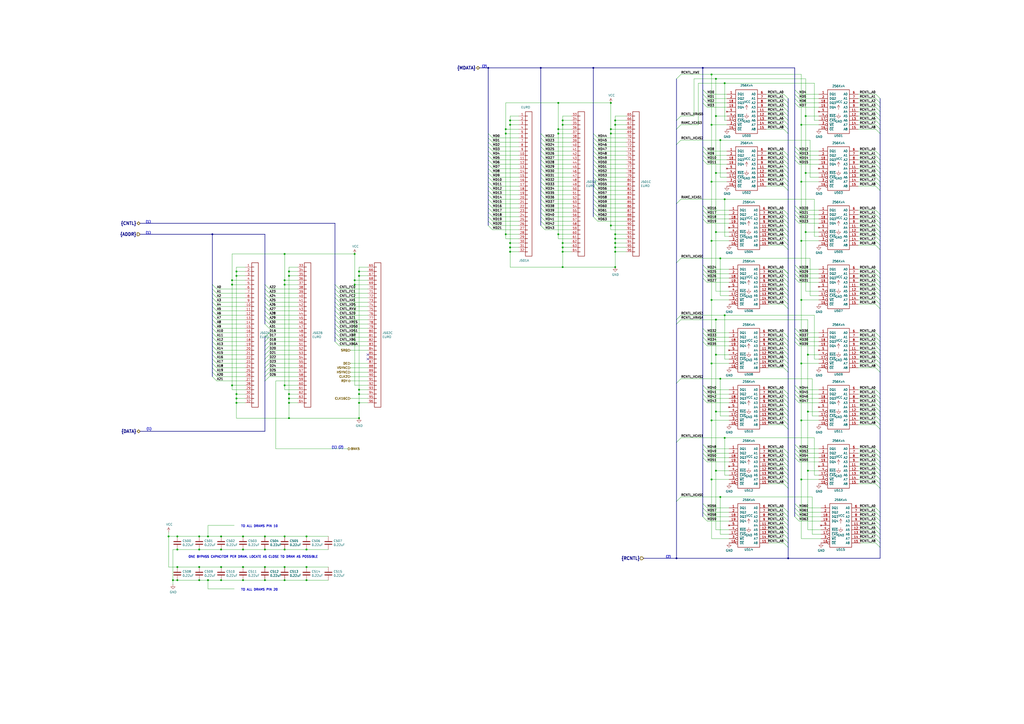
<source format=kicad_sch>
(kicad_sch (version 20231120) (generator "eeschema") (generator_version "8.0")
  (paper "A2")
  (lib_symbols
    (symbol "Atari-TT030:STRAM-Atari" (pin_names (offset 1.016) hide)
      (property "Reference" "J" (at 0 -44.45 0))
      (property "Value" "STRAM-Atari" (at 0 41.91 0))
      (symbol "STRAM-Atari_1_1"
        (pin passive line (at -5.08 38.1 0) (length 3.81) (name "Pin_1") (number "1"))
        (pin passive line (at -5.08 15.24 0) (length 3.81) (name "Pin_10") (number "10"))
        (pin passive line (at -5.08 12.7 0) (length 3.81) (name "Pin_11") (number "11"))
        (pin passive line (at -5.08 10.16 0) (length 3.81) (name "Pin_12") (number "12"))
        (pin passive line (at -5.08 7.62 0) (length 3.81) (name "Pin_13") (number "13"))
        (pin passive line (at -5.08 5.08 0) (length 3.81) (name "Pin_14") (number "14"))
        (pin passive line (at -5.08 2.54 0) (length 3.81) (name "Pin_15") (number "15"))
        (pin passive line (at -5.08 0 0) (length 3.81) (name "Pin_16") (number "16"))
        (pin passive line (at -5.08 -2.54 0) (length 3.81) (name "Pin_17") (number "17"))
        (pin passive line (at -5.08 -5.08 0) (length 3.81) (name "Pin_18") (number "18"))
        (pin passive line (at -5.08 -7.62 0) (length 3.81) (name "Pin_19") (number "19"))
        (pin passive line (at -5.08 35.56 0) (length 3.81) (name "Pin_2") (number "2"))
        (pin passive line (at -5.08 -10.16 0) (length 3.81) (name "Pin_20") (number "20"))
        (pin passive line (at -5.08 -12.7 0) (length 3.81) (name "Pin_21") (number "21"))
        (pin passive line (at -5.08 -15.24 0) (length 3.81) (name "Pin_22") (number "22"))
        (pin passive line (at -5.08 -17.78 0) (length 3.81) (name "Pin_23") (number "23"))
        (pin passive line (at -5.08 -20.32 0) (length 3.81) (name "Pin_24") (number "24"))
        (pin passive line (at -5.08 -22.86 0) (length 3.81) (name "Pin_25") (number "25"))
        (pin passive line (at -5.08 -25.4 0) (length 3.81) (name "Pin_26") (number "26"))
        (pin passive line (at -5.08 -27.94 0) (length 3.81) (name "Pin_27") (number "27"))
        (pin passive line (at -5.08 -30.48 0) (length 3.81) (name "Pin_28") (number "28"))
        (pin passive line (at -5.08 -33.02 0) (length 3.81) (name "Pin_29") (number "29"))
        (pin passive line (at -5.08 33.02 0) (length 3.81) (name "Pin_3") (number "3"))
        (pin passive line (at -5.08 -35.56 0) (length 3.81) (name "Pin_30") (number "30"))
        (pin passive line (at -5.08 -38.1 0) (length 3.81) (name "Pin_31") (number "31"))
        (pin passive line (at -5.08 -40.64 0) (length 3.81) (name "Pin_32") (number "32"))
        (pin passive line (at -5.08 30.48 0) (length 3.81) (name "Pin_4") (number "4"))
        (pin passive line (at -5.08 27.94 0) (length 3.81) (name "Pin_5") (number "5"))
        (pin passive line (at -5.08 25.4 0) (length 3.81) (name "Pin_6") (number "6"))
        (pin passive line (at -5.08 22.86 0) (length 3.81) (name "Pin_7") (number "7"))
        (pin passive line (at -5.08 20.32 0) (length 3.81) (name "Pin_8") (number "8"))
        (pin passive line (at -5.08 17.78 0) (length 3.81) (name "Pin_9") (number "9"))
      )
      (symbol "STRAM-Atari_2_1"
        (pin passive line (at -5.08 38.1 0) (length 3.81) (name "Pin_1") (number "33"))
        (pin passive line (at -5.08 35.56 0) (length 3.81) (name "Pin_2") (number "34"))
        (pin passive line (at -5.08 33.02 0) (length 3.81) (name "Pin_3") (number "35"))
        (pin passive line (at -5.08 30.48 0) (length 3.81) (name "Pin_4") (number "36"))
        (pin passive line (at -5.08 27.94 0) (length 3.81) (name "Pin_5") (number "37"))
        (pin passive line (at -5.08 25.4 0) (length 3.81) (name "Pin_6") (number "38"))
        (pin passive line (at -5.08 22.86 0) (length 3.81) (name "Pin_7") (number "39"))
        (pin passive line (at -5.08 20.32 0) (length 3.81) (name "Pin_8") (number "40"))
        (pin passive line (at -5.08 17.78 0) (length 3.81) (name "Pin_9") (number "41"))
        (pin passive line (at -5.08 15.24 0) (length 3.81) (name "Pin_10") (number "42"))
        (pin passive line (at -5.08 12.7 0) (length 3.81) (name "Pin_11") (number "43"))
        (pin passive line (at -5.08 10.16 0) (length 3.81) (name "Pin_12") (number "44"))
        (pin passive line (at -5.08 7.62 0) (length 3.81) (name "Pin_13") (number "45"))
        (pin passive line (at -5.08 5.08 0) (length 3.81) (name "Pin_14") (number "46"))
        (pin passive line (at -5.08 2.54 0) (length 3.81) (name "Pin_15") (number "47"))
        (pin passive line (at -5.08 0 0) (length 3.81) (name "Pin_16") (number "48"))
        (pin passive line (at -5.08 -2.54 0) (length 3.81) (name "Pin_17") (number "49"))
        (pin passive line (at -5.08 -5.08 0) (length 3.81) (name "Pin_18") (number "50"))
        (pin passive line (at -5.08 -7.62 0) (length 3.81) (name "Pin_19") (number "51"))
        (pin passive line (at -5.08 -10.16 0) (length 3.81) (name "Pin_20") (number "52"))
        (pin passive line (at -5.08 -12.7 0) (length 3.81) (name "Pin_21") (number "53"))
        (pin passive line (at -5.08 -15.24 0) (length 3.81) (name "Pin_22") (number "54"))
        (pin passive line (at -5.08 -17.78 0) (length 3.81) (name "Pin_23") (number "55"))
        (pin passive line (at -5.08 -20.32 0) (length 3.81) (name "Pin_24") (number "56"))
        (pin passive line (at -5.08 -22.86 0) (length 3.81) (name "Pin_25") (number "57"))
        (pin passive line (at -5.08 -25.4 0) (length 3.81) (name "Pin_26") (number "58"))
        (pin passive line (at -5.08 -27.94 0) (length 3.81) (name "Pin_27") (number "59"))
        (pin passive line (at -5.08 -30.48 0) (length 3.81) (name "Pin_28") (number "60"))
        (pin passive line (at -5.08 -33.02 0) (length 3.81) (name "Pin_29") (number "61"))
        (pin passive line (at -5.08 -35.56 0) (length 3.81) (name "Pin_30") (number "62"))
        (pin passive line (at -5.08 -38.1 0) (length 3.81) (name "Pin_31") (number "63"))
        (pin passive line (at -5.08 -40.64 0) (length 3.81) (name "Pin_32") (number "64"))
      )
      (symbol "STRAM-Atari_3_1"
        (pin passive line (at -5.08 38.1 0) (length 3.81) (name "Pin_1") (number "65"))
        (pin passive line (at -5.08 35.56 0) (length 3.81) (name "Pin_2") (number "66"))
        (pin passive line (at -5.08 33.02 0) (length 3.81) (name "Pin_3") (number "67"))
        (pin passive line (at -5.08 30.48 0) (length 3.81) (name "Pin_4") (number "68"))
        (pin passive line (at -5.08 27.94 0) (length 3.81) (name "Pin_5") (number "69"))
        (pin passive line (at -5.08 25.4 0) (length 3.81) (name "Pin_6") (number "70"))
        (pin passive line (at -5.08 22.86 0) (length 3.81) (name "Pin_7") (number "71"))
        (pin passive line (at -5.08 20.32 0) (length 3.81) (name "Pin_8") (number "72"))
        (pin passive line (at -5.08 17.78 0) (length 3.81) (name "Pin_9") (number "73"))
        (pin passive line (at -5.08 15.24 0) (length 3.81) (name "Pin_10") (number "74"))
        (pin passive line (at -5.08 12.7 0) (length 3.81) (name "Pin_11") (number "75"))
        (pin passive line (at -5.08 10.16 0) (length 3.81) (name "Pin_12") (number "76"))
        (pin passive line (at -5.08 7.62 0) (length 3.81) (name "Pin_13") (number "77"))
        (pin passive line (at -5.08 5.08 0) (length 3.81) (name "Pin_14") (number "78"))
        (pin passive line (at -5.08 2.54 0) (length 3.81) (name "Pin_15") (number "79"))
        (pin passive line (at -5.08 0 0) (length 3.81) (name "Pin_16") (number "80"))
        (pin passive line (at -5.08 -2.54 0) (length 3.81) (name "Pin_17") (number "81"))
        (pin passive line (at -5.08 -5.08 0) (length 3.81) (name "Pin_18") (number "82"))
        (pin passive line (at -5.08 -7.62 0) (length 3.81) (name "Pin_19") (number "83"))
        (pin passive line (at -5.08 -10.16 0) (length 3.81) (name "Pin_20") (number "84"))
        (pin passive line (at -5.08 -12.7 0) (length 3.81) (name "Pin_21") (number "85"))
        (pin passive line (at -5.08 -15.24 0) (length 3.81) (name "Pin_22") (number "86"))
        (pin passive line (at -5.08 -17.78 0) (length 3.81) (name "Pin_23") (number "87"))
        (pin passive line (at -5.08 -20.32 0) (length 3.81) (name "Pin_24") (number "88"))
        (pin passive line (at -5.08 -22.86 0) (length 3.81) (name "Pin_25") (number "89"))
        (pin passive line (at -5.08 -25.4 0) (length 3.81) (name "Pin_26") (number "90"))
        (pin passive line (at -5.08 -27.94 0) (length 3.81) (name "Pin_27") (number "91"))
        (pin passive line (at -5.08 -30.48 0) (length 3.81) (name "Pin_28") (number "92"))
        (pin passive line (at -5.08 -33.02 0) (length 3.81) (name "Pin_29") (number "93"))
        (pin passive line (at -5.08 -35.56 0) (length 3.81) (name "Pin_30") (number "94"))
        (pin passive line (at -5.08 -38.1 0) (length 3.81) (name "Pin_31") (number "95"))
        (pin passive line (at -5.08 -40.64 0) (length 3.81) (name "Pin_32") (number "96"))
      )
    )
    (symbol "Atari-TT030:U5RAM-Atari" (pin_names (offset 1.016))
      (property "Reference" "U" (at 0 0 0))
      (property "Value" "U5RAM-Atari" (at 0 0 0))
      (symbol "U5RAM-Atari_0_0"
        (pin bidirectional line (at -11.43 10.16 0) (length 5.08) (name "DQ1") (number "1"))
        (pin power_in line (at 0 1.27 270) (length 0) hide (name "VCC") (number "10"))
        (pin input line (at 11.43 0 180) (length 5.08) (name "A4") (number "11"))
        (pin input line (at 11.43 -2.54 180) (length 5.08) (name "A5") (number "12"))
        (pin input line (at 11.43 -5.08 180) (length 5.08) (name "A6") (number "13"))
        (pin input line (at 11.43 -7.62 180) (length 5.08) (name "A7") (number "14"))
        (pin input line (at 11.43 -10.16 180) (length 5.08) (name "A8") (number "15"))
        (pin bidirectional inverted (at -11.43 -10.16 0) (length 5.08) (name "~{OE}") (number "16"))
        (pin bidirectional inverted (at -11.43 -5.08 0) (length 5.08) (name "~{CAS}") (number "17"))
        (pin bidirectional line (at -11.43 5.08 0) (length 5.08) (name "DQ3") (number "18"))
        (pin bidirectional line (at -11.43 2.54 0) (length 5.08) (name "DQ4") (number "19"))
        (pin bidirectional line (at -11.43 7.62 0) (length 5.08) (name "DQ2") (number "2"))
        (pin power_in line (at 0 -1.27 90) (length 0) hide (name "GND") (number "20"))
        (pin bidirectional inverted (at -11.43 -7.62 0) (length 5.08) (name "~{WE}") (number "3"))
        (pin bidirectional inverted (at -11.43 -2.54 0) (length 5.08) (name "~{RAS}") (number "4"))
        (pin no_connect line (at -11.43 0 0) (length 5.08) (name "~") (number "5"))
        (pin input line (at 11.43 10.16 180) (length 5.08) (name "A0") (number "6"))
        (pin input line (at 11.43 7.62 180) (length 5.08) (name "A1") (number "7"))
        (pin input line (at 11.43 5.08 180) (length 5.08) (name "A2") (number "8"))
        (pin input line (at 11.43 2.54 180) (length 5.08) (name "A3") (number "9"))
      )
    )
    (symbol "Device:C" (pin_numbers hide) (pin_names (offset 0.254))
      (property "Reference" "C" (at 0.635 2.54 0))
      (property "Value" "C" (at 0.635 -2.54 0))
      (symbol "C_1_1"
        (pin passive line (at 0 3.81 270) (length 2.794) (name "~") (number "1"))
        (pin passive line (at 0 -3.81 90) (length 2.794) (name "~") (number "2"))
      )
    )
    (symbol "power:GND" (power) (pin_numbers hide) (pin_names (offset 0) hide)
      (property "Value" "GND" (at 0 -3.81 0))
      (symbol "GND_1_1"
        (pin power_in line (at 0 0 270) (length 0) (name "~") (number "1"))
      )
    )
    (symbol "power:VCC" (power) (pin_numbers hide) (pin_names (offset 0) hide)
      (property "Value" "VCC" (at 0 3.556 0))
      (symbol "VCC_1_1"
        (pin power_in line (at 0 0 90) (length 0) (name "~") (number "1"))
      )
    )
  )
  (junction (at 153.67 328.93))
  (junction (at 417.83 81.28))
  (junction (at 356.87 146.05))
  (junction (at 468.63 205.74))
  (junction (at 407.67 39.37))
  (junction (at 205.74 147.32))
  (junction (at 356.87 72.39))
  (junction (at 392.43 323.85))
  (junction (at 464.82 210.82))
  (junction (at 177.8 328.93))
  (junction (at 412.75 173.99))
  (junction (at 354.33 130.81))
  (junction (at 295.91 72.39))
  (junction (at 464.82 105.41))
  (junction (at 354.33 74.93))
  (junction (at 208.28 157.48))
  (junction (at 326.39 72.39))
  (junction (at 165.1 165.1))
  (junction (at 293.37 77.47))
  (junction (at 354.33 77.47))
  (junction (at 137.16 231.14))
  (junction (at 167.64 231.14))
  (junction (at 417.83 149.86))
  (junction (at 167.64 157.48))
  (junction (at 356.87 154.94))
  (junction (at 356.87 135.89))
  (junction (at 326.39 140.97))
  (junction (at 464.82 173.99))
  (junction (at 128.27 311.15))
  (junction (at 140.97 328.93))
  (junction (at 467.36 67.31))
  (junction (at 457.2 323.85))
  (junction (at 412.75 72.39))
  (junction (at 323.85 59.69))
  (junction (at 354.33 59.69))
  (junction (at 293.37 135.89))
  (junction (at 140.97 318.77))
  (junction (at 102.87 311.15))
  (junction (at 115.57 311.15))
  (junction (at 323.85 77.47))
  (junction (at 356.87 69.85))
  (junction (at 123.19 135.89))
  (junction (at 464.82 278.13))
  (junction (at 128.27 336.55))
  (junction (at 295.91 146.05))
  (junction (at 165.1 336.55))
  (junction (at 205.74 165.1))
  (junction (at 412.75 278.13))
  (junction (at 468.63 238.76))
  (junction (at 208.28 242.57))
  (junction (at 464.82 139.7))
  (junction (at 412.75 43.18))
  (junction (at 97.79 311.15))
  (junction (at 165.1 147.32))
  (junction (at 165.1 318.77))
  (junction (at 417.83 219.71))
  (junction (at 208.28 226.06))
  (junction (at 137.16 160.02))
  (junction (at 177.8 318.77))
  (junction (at 102.87 318.77))
  (junction (at 128.27 318.77))
  (junction (at 420.37 182.88))
  (junction (at 208.28 233.68))
  (junction (at 134.62 162.56))
  (junction (at 467.36 134.62))
  (junction (at 295.91 140.97))
  (junction (at 134.62 165.1))
  (junction (at 415.29 45.72))
  (junction (at 102.87 328.93))
  (junction (at 467.36 100.33))
  (junction (at 165.1 223.52))
  (junction (at 415.29 238.76))
  (junction (at 412.75 105.41))
  (junction (at 208.28 160.02))
  (junction (at 167.64 160.02))
  (junction (at 313.69 39.37))
  (junction (at 468.63 273.05))
  (junction (at 167.64 242.57))
  (junction (at 153.67 318.77))
  (junction (at 167.64 228.6))
  (junction (at 134.62 223.52))
  (junction (at 167.64 233.68))
  (junction (at 153.67 336.55))
  (junction (at 356.87 138.43))
  (junction (at 326.39 143.51))
  (junction (at 100.33 336.55))
  (junction (at 412.75 139.7))
  (junction (at 415.29 185.42))
  (junction (at 295.91 143.51))
  (junction (at 165.1 328.93))
  (junction (at 140.97 336.55))
  (junction (at 137.16 233.68))
  (junction (at 208.28 228.6))
  (junction (at 137.16 157.48))
  (junction (at 326.39 154.94))
  (junction (at 323.85 135.89))
  (junction (at 356.87 143.51))
  (junction (at 140.97 311.15))
  (junction (at 293.37 74.93))
  (junction (at 415.29 273.05))
  (junction (at 120.65 336.55))
  (junction (at 420.37 115.57))
  (junction (at 177.8 311.15))
  (junction (at 128.27 328.93))
  (junction (at 412.75 243.84))
  (junction (at 165.1 162.56))
  (junction (at 326.39 69.85))
  (junction (at 412.75 210.82))
  (junction (at 323.85 74.93))
  (junction (at 326.39 146.05))
  (junction (at 137.16 228.6))
  (junction (at 420.37 48.26))
  (junction (at 165.1 311.15))
  (junction (at 415.29 205.74))
  (junction (at 115.57 336.55))
  (junction (at 115.57 328.93))
  (junction (at 415.29 100.33))
  (junction (at 177.8 336.55))
  (junction (at 344.17 39.37))
  (junction (at 464.82 72.39))
  (junction (at 415.29 134.62))
  (junction (at 115.57 318.77))
  (junction (at 153.67 311.15))
  (junction (at 205.74 162.56))
  (junction (at 102.87 336.55))
  (junction (at 120.65 311.15))
  (junction (at 415.29 67.31))
  (junction (at 420.37 254))
  (junction (at 356.87 140.97))
  (junction (at 417.83 288.29))
  (junction (at 283.21 39.37))
  (junction (at 464.82 243.84))
  (junction (at 295.91 69.85))
  (no_connect (at 213.36 208.28))
  (no_connect (at 213.36 205.74))
  (bus_entry (at 508 238.76) (size 2.54 2.54))
  (bus_entry (at 407.67 294.64) (size 2.54 2.54))
  (bus_entry (at 508 294.64) (size 2.54 2.54))
  (bus_entry (at 461.01 193.04) (size 2.54 2.54))
  (bus_entry (at 454.66 297.18) (size 2.54 2.54))
  (bus_entry (at 313.69 82.55) (size 2.54 2.54))
  (bus_entry (at 461.01 260.35) (size 2.54 2.54))
  (bus_entry (at 313.69 77.47) (size 2.54 2.54))
  (bus_entry (at 454.66 87.63) (size 2.54 2.54))
  (bus_entry (at 508 198.12) (size 2.54 2.54))
  (bus_entry (at 344.17 87.63) (size 2.54 2.54))
  (bus_entry (at 508 231.14) (size 2.54 2.54))
  (bus_entry (at 344.17 100.33) (size 2.54 2.54))
  (bus_entry (at 508 307.34) (size 2.54 2.54))
  (bus_entry (at 508 273.05) (size 2.54 2.54))
  (bus_entry (at 194.31 187.96) (size 2.54 2.54))
  (bus_entry (at 194.31 180.34) (size 2.54 2.54))
  (bus_entry (at 508 74.93) (size 2.54 2.54))
  (bus_entry (at 153.67 195.58) (size 2.54 -2.54))
  (bus_entry (at 123.19 215.9) (size 2.54 2.54))
  (bus_entry (at 407.67 127) (size 2.54 2.54))
  (bus_entry (at 508 243.84) (size 2.54 2.54))
  (bus_entry (at 508 129.54) (size 2.54 2.54))
  (bus_entry (at 313.69 100.33) (size 2.54 2.54))
  (bus_entry (at 454.66 163.83) (size 2.54 2.54))
  (bus_entry (at 283.21 125.73) (size 2.54 2.54))
  (bus_entry (at 407.67 262.89) (size 2.54 2.54))
  (bus_entry (at 508 241.3) (size 2.54 2.54))
  (bus_entry (at 392.43 83.82) (size 2.54 -2.54))
  (bus_entry (at 344.17 123.19) (size 2.54 2.54))
  (bus_entry (at 194.31 182.88) (size 2.54 2.54))
  (bus_entry (at 454.66 270.51) (size 2.54 2.54))
  (bus_entry (at 508 208.28) (size 2.54 2.54))
  (bus_entry (at 283.21 97.79) (size 2.54 2.54))
  (bus_entry (at 123.19 198.12) (size 2.54 2.54))
  (bus_entry (at 194.31 175.26) (size 2.54 2.54))
  (bus_entry (at 283.21 115.57) (size 2.54 2.54))
  (bus_entry (at 392.43 152.4) (size 2.54 -2.54))
  (bus_entry (at 283.21 80.01) (size 2.54 2.54))
  (bus_entry (at 123.19 203.2) (size 2.54 2.54))
  (bus_entry (at 344.17 107.95) (size 2.54 2.54))
  (bus_entry (at 123.19 165.1) (size 2.54 2.54))
  (bus_entry (at 508 127) (size 2.54 2.54))
  (bus_entry (at 454.66 294.64) (size 2.54 2.54))
  (bus_entry (at 508 226.06) (size 2.54 2.54))
  (bus_entry (at 461.01 190.5) (size 2.54 2.54))
  (bus_entry (at 454.66 134.62) (size 2.54 2.54))
  (bus_entry (at 313.69 128.27) (size 2.54 2.54))
  (bus_entry (at 313.69 92.71) (size 2.54 2.54))
  (bus_entry (at 344.17 95.25) (size 2.54 2.54))
  (bus_entry (at 508 246.38) (size 2.54 2.54))
  (bus_entry (at 123.19 213.36) (size 2.54 2.54))
  (bus_entry (at 508 278.13) (size 2.54 2.54))
  (bus_entry (at 123.19 177.8) (size 2.54 2.54))
  (bus_entry (at 392.43 290.83) (size 2.54 -2.54))
  (bus_entry (at 407.67 90.17) (size 2.54 2.54))
  (bus_entry (at 283.21 113.03) (size 2.54 2.54))
  (bus_entry (at 461.01 54.61) (size 2.54 2.54))
  (bus_entry (at 461.01 92.71) (size 2.54 2.54))
  (bus_entry (at 454.66 299.72) (size 2.54 2.54))
  (bus_entry (at 313.69 118.11) (size 2.54 2.54))
  (bus_entry (at 461.01 292.1) (size 2.54 2.54))
  (bus_entry (at 283.21 123.19) (size 2.54 2.54))
  (bus_entry (at 313.69 95.25) (size 2.54 2.54))
  (bus_entry (at 508 121.92) (size 2.54 2.54))
  (bus_entry (at 508 134.62) (size 2.54 2.54))
  (bus_entry (at 194.31 167.64) (size 2.54 2.54))
  (bus_entry (at 313.69 105.41) (size 2.54 2.54))
  (bus_entry (at 454.66 67.31) (size 2.54 2.54))
  (bus_entry (at 508 100.33) (size 2.54 2.54))
  (bus_entry (at 454.66 59.69) (size 2.54 2.54))
  (bus_entry (at 283.21 90.17) (size 2.54 2.54))
  (bus_entry (at 508 267.97) (size 2.54 2.54))
  (bus_entry (at 454.66 236.22) (size 2.54 2.54))
  (bus_entry (at 153.67 210.82) (size 2.54 -2.54))
  (bus_entry (at 153.67 205.74) (size 2.54 -2.54))
  (bus_entry (at 123.19 180.34) (size 2.54 2.54))
  (bus_entry (at 407.67 87.63) (size 2.54 2.54))
  (bus_entry (at 407.67 153.67) (size 2.54 2.54))
  (bus_entry (at 454.66 171.45) (size 2.54 2.54))
  (bus_entry (at 454.66 231.14) (size 2.54 2.54))
  (bus_entry (at 461.01 294.64) (size 2.54 2.54))
  (bus_entry (at 283.21 128.27) (size 2.54 2.54))
  (bus_entry (at 153.67 218.44) (size 2.54 -2.54))
  (bus_entry (at 123.19 210.82) (size 2.54 2.54))
  (bus_entry (at 454.66 309.88) (size 2.54 2.54))
  (bus_entry (at 407.67 260.35) (size 2.54 2.54))
  (bus_entry (at 407.67 158.75) (size 2.54 2.54))
  (bus_entry (at 407.67 59.69) (size 2.54 2.54))
  (bus_entry (at 454.66 127) (size 2.54 2.54))
  (bus_entry (at 283.21 130.81) (size 2.54 2.54))
  (bus_entry (at 283.21 77.47) (size 2.54 2.54))
  (bus_entry (at 508 166.37) (size 2.54 2.54))
  (bus_entry (at 508 280.67) (size 2.54 2.54))
  (bus_entry (at 454.66 166.37) (size 2.54 2.54))
  (bus_entry (at 194.31 193.04) (size 2.54 2.54))
  (bus_entry (at 508 92.71) (size 2.54 2.54))
  (bus_entry (at 123.19 205.74) (size 2.54 2.54))
  (bus_entry (at 454.66 267.97) (size 2.54 2.54))
  (bus_entry (at 153.67 213.36) (size 2.54 -2.54))
  (bus_entry (at 313.69 97.79) (size 2.54 2.54))
  (bus_entry (at 407.67 226.06) (size 2.54 2.54))
  (bus_entry (at 508 176.53) (size 2.54 2.54))
  (bus_entry (at 344.17 115.57) (size 2.54 2.54))
  (bus_entry (at 454.66 260.35) (size 2.54 2.54))
  (bus_entry (at 508 156.21) (size 2.54 2.54))
  (bus_entry (at 283.21 118.11) (size 2.54 2.54))
  (bus_entry (at 344.17 102.87) (size 2.54 2.54))
  (bus_entry (at 508 260.35) (size 2.54 2.54))
  (bus_entry (at 508 297.18) (size 2.54 2.54))
  (bus_entry (at 461.01 161.29) (size 2.54 2.54))
  (bus_entry (at 454.66 129.54) (size 2.54 2.54))
  (bus_entry (at 123.19 195.58) (size 2.54 2.54))
  (bus_entry (at 283.21 85.09) (size 2.54 2.54))
  (bus_entry (at 407.67 265.43) (size 2.54 2.54))
  (bus_entry (at 407.67 198.12) (size 2.54 2.54))
  (bus_entry (at 508 228.6) (size 2.54 2.54))
  (bus_entry (at 461.01 195.58) (size 2.54 2.54))
  (bus_entry (at 508 72.39) (size 2.54 2.54))
  (bus_entry (at 508 210.82) (size 2.54 2.54))
  (bus_entry (at 461.01 121.92) (size 2.54 2.54))
  (bus_entry (at 508 67.31) (size 2.54 2.54))
  (bus_entry (at 508 97.79) (size 2.54 2.54))
  (bus_entry (at 508 309.88) (size 2.54 2.54))
  (bus_entry (at 123.19 193.04) (size 2.54 2.54))
  (bus_entry (at 508 54.61) (size 2.54 2.54))
  (bus_entry (at 461.01 153.67) (size 2.54 2.54))
  (bus_entry (at 454.66 203.2) (size 2.54 2.54))
  (bus_entry (at 313.69 123.19) (size 2.54 2.54))
  (bus_entry (at 407.67 195.58) (size 2.54 2.54))
  (bus_entry (at 283.21 82.55) (size 2.54 2.54))
  (bus_entry (at 407.67 228.6) (size 2.54 2.54))
  (bus_entry (at 392.43 222.25) (size 2.54 -2.54))
  (bus_entry (at 407.67 161.29) (size 2.54 2.54))
  (bus_entry (at 407.67 121.92) (size 2.54 2.54))
  (bus_entry (at 454.66 226.06) (size 2.54 2.54))
  (bus_entry (at 508 213.36) (size 2.54 2.54))
  (bus_entry (at 454.66 173.99) (size 2.54 2.54))
  (bus_entry (at 283.21 87.63) (size 2.54 2.54))
  (bus_entry (at 454.66 213.36) (size 2.54 2.54))
  (bus_entry (at 344.17 97.79) (size 2.54 2.54))
  (bus_entry (at 407.67 119.38) (size 2.54 2.54))
  (bus_entry (at 508 195.58) (size 2.54 2.54))
  (bus_entry (at 461.01 265.43) (size 2.54 2.54))
  (bus_entry (at 454.66 198.12) (size 2.54 2.54))
  (bus_entry (at 454.66 57.15) (size 2.54 2.54))
  (bus_entry (at 407.67 231.14) (size 2.54 2.54))
  (bus_entry (at 461.01 87.63) (size 2.54 2.54))
  (bus_entry (at 454.66 158.75) (size 2.54 2.54))
  (bus_entry (at 508 102.87) (size 2.54 2.54))
  (bus_entry (at 461.01 198.12) (size 2.54 2.54))
  (bus_entry (at 461.01 85.09) (size 2.54 2.54))
  (bus_entry (at 153.67 203.2) (size 2.54 -2.54))
  (bus_entry (at 454.66 142.24) (size 2.54 2.54))
  (bus_entry (at 454.66 275.59) (size 2.54 2.54))
  (bus_entry (at 407.67 124.46) (size 2.54 2.54))
  (bus_entry (at 508 302.26) (size 2.54 2.54))
  (bus_entry (at 508 90.17) (size 2.54 2.54))
  (bus_entry (at 508 161.29) (size 2.54 2.54))
  (bus_entry (at 508 95.25) (size 2.54 2.54))
  (bus_entry (at 454.66 132.08) (size 2.54 2.54))
  (bus_entry (at 344.17 90.17) (size 2.54 2.54))
  (bus_entry (at 153.67 220.98) (size 2.54 -2.54))
  (bus_entry (at 454.66 314.96) (size 2.54 2.54))
  (bus_entry (at 454.66 304.8) (size 2.54 2.54))
  (bus_entry (at 508 105.41) (size 2.54 2.54))
  (bus_entry (at 454.66 102.87) (size 2.54 2.54))
  (bus_entry (at 194.31 195.58) (size 2.54 2.54))
  (bus_entry (at 454.66 100.33) (size 2.54 2.54))
  (bus_entry (at 454.66 278.13) (size 2.54 2.54))
  (bus_entry (at 123.19 187.96) (size 2.54 2.54))
  (bus_entry (at 454.66 156.21) (size 2.54 2.54))
  (bus_entry (at 454.66 241.3) (size 2.54 2.54))
  (bus_entry (at 508 59.69) (size 2.54 2.54))
  (bus_entry (at 461.01 297.18) (size 2.54 2.54))
  (bus_entry (at 283.21 110.49) (size 2.54 2.54))
  (bus_entry (at 454.66 195.58) (size 2.54 2.54))
  (bus_entry (at 454.66 72.39) (size 2.54 2.54))
  (bus_entry (at 283.21 102.87) (size 2.54 2.54))
  (bus_entry (at 508 205.74) (size 2.54 2.54))
  (bus_entry (at 461.01 52.07) (size 2.54 2.54))
  (bus_entry (at 153.67 170.18) (size 2.54 2.54))
  (bus_entry (at 153.67 208.28) (size 2.54 -2.54))
  (bus_entry (at 313.69 102.87) (size 2.54 2.54))
  (bus_entry (at 454.66 243.84) (size 2.54 2.54))
  (bus_entry (at 454.66 69.85) (size 2.54 2.54))
  (bus_entry (at 313.69 107.95) (size 2.54 2.54))
  (bus_entry (at 461.01 59.69) (size 2.54 2.54))
  (bus_entry (at 454.66 238.76) (size 2.54 2.54))
  (bus_entry (at 461.01 158.75) (size 2.54 2.54))
  (bus_entry (at 454.66 90.17) (size 2.54 2.54))
  (bus_entry (at 407.67 292.1) (size 2.54 2.54))
  (bus_entry (at 392.43 185.42) (size 2.54 -2.54))
  (bus_entry (at 407.67 92.71) (size 2.54 2.54))
  (bus_entry (at 407.67 299.72) (size 2.54 2.54))
  (bus_entry (at 508 304.8) (size 2.54 2.54))
  (bus_entry (at 392.43 69.85) (size 2.54 -2.54))
  (bus_entry (at 508 236.22) (size 2.54 2.54))
  (bus_entry (at 508 312.42) (size 2.54 2.54))
  (bus_entry (at 454.66 105.41) (size 2.54 2.54))
  (bus_entry (at 508 275.59) (size 2.54 2.54))
  (bus_entry (at 344.17 125.73) (size 2.54 2.54))
  (bus_entry (at 454.66 97.79) (size 2.54 2.54))
  (bus_entry (at 454.66 161.29) (size 2.54 2.54))
  (bus_entry (at 454.66 64.77) (size 2.54 2.54))
  (bus_entry (at 461.01 90.17) (size 2.54 2.54))
  (bus_entry (at 454.66 139.7) (size 2.54 2.54))
  (bus_entry (at 508 139.7) (size 2.54 2.54))
  (bus_entry (at 153.67 175.26) (size 2.54 2.54))
  (bus_entry (at 407.67 193.04) (size 2.54 2.54))
  (bus_entry (at 454.66 137.16) (size 2.54 2.54))
  (bus_entry (at 454.66 95.25) (size 2.54 2.54))
  (bus_entry (at 194.31 172.72) (size 2.54 2.54))
  (bus_entry (at 461.01 262.89) (size 2.54 2.54))
  (bus_entry (at 407.67 257.81) (size 2.54 2.54))
  (bus_entry (at 313.69 85.09) (size 2.54 2.54))
  (bus_entry (at 508 173.99) (size 2.54 2.54))
  (bus_entry (at 508 64.77) (size 2.54 2.54))
  (bus_entry (at 454.66 210.82) (size 2.54 2.54))
  (bus_entry (at 407.67 85.09) (size 2.54 2.54))
  (bus_entry (at 392.43 45.72) (size 2.54 -2.54))
  (bus_entry (at 454.66 92.71) (size 2.54 2.54))
  (bus_entry (at 454.66 208.28) (size 2.54 2.54))
  (bus_entry (at 461.01 231.14) (size 2.54 2.54))
  (bus_entry (at 508 69.85) (size 2.54 2.54))
  (bus_entry (at 123.19 172.72) (size 2.54 2.54))
  (bus_entry (at 461.01 257.81) (size 2.54 2.54))
  (bus_entry (at 454.66 156.21) (size 2.54 2.54))
  (bus_entry (at 194.31 165.1) (size 2.54 2.54))
  (bus_entry (at 344.17 77.47) (size 2.54 2.54))
  (bus_entry (at 194.31 185.42) (size 2.54 2.54))
  (bus_entry (at 454.66 273.05) (size 2.54 2.54))
  (bus_entry (at 392.43 74.93) (size 2.54 -2.54))
  (bus_entry (at 392.43 256.54) (size 2.54 -2.54))
  (bus_entry (at 508 168.91) (size 2.54 2.54))
  (bus_entry (at 461.01 223.52) (size 2.54 2.54))
  (bus_entry (at 454.66 74.93) (size 2.54 2.54))
  (bus_entry (at 407.67 57.15) (size 2.54 2.54))
  (bus_entry (at 123.19 185.42) (size 2.54 2.54))
  (bus_entry (at 344.17 82.55) (size 2.54 2.54))
  (bus_entry (at 407.67 190.5) (size 2.54 2.54))
  (bus_entry (at 454.66 265.43) (size 2.54 2.54))
  (bus_entry (at 454.66 312.42) (size 2.54 2.54))
  (bus_entry (at 344.17 105.41) (size 2.54 2.54))
  (bus_entry (at 508 137.16) (size 2.54 2.54))
  (bus_entry (at 153.67 187.96) (size 2.54 2.54))
  (bus_entry (at 153.67 182.88) (size 2.54 2.54))
  (bus_entry (at 194.31 198.12) (size 2.54 2.54))
  (bus_entry (at 313.69 87.63) (size 2.54 2.54))
  (bus_entry (at 392.43 187.96) (size 2.54 -2.54))
  (bus_entry (at 283.21 107.95) (size 2.54 2.54))
  (bus_entry (at 194.31 190.5) (size 2.54 2.54))
  (bus_entry (at 283.21 92.71) (size 2.54 2.54))
  (bus_entry (at 153.67 200.66) (size 2.54 -2.54))
  (bus_entry (at 508 171.45) (size 2.54 2.54))
  (bus_entry (at 153.67 165.1) (size 2.54 2.54))
  (bus_entry (at 153.67 185.42) (size 2.54 2.54))
  (bus_entry (at 461.01 226.06) (size 2.54 2.54))
  (bus_entry (at 454.66 107.95) (size 2.54 2.54))
  (bus_entry (at 508 193.04) (size 2.54 2.54))
  (bus_entry (at 454.66 200.66) (size 2.54 2.54))
  (bus_entry (at 461.01 228.6) (size 2.54 2.54))
  (bus_entry (at 454.66 280.67) (size 2.54 2.54))
  (bus_entry (at 508 200.66) (size 2.54 2.54))
  (bus_entry (at 392.43 118.11) (size 2.54 -2.54))
  (bus_entry (at 407.67 54.61) (size 2.54 2.54))
  (bus_entry (at 508 62.23) (size 2.54 2.54))
  (bus_entry (at 153.67 215.9) (size 2.54 -2.54))
  (bus_entry (at 344.17 120.65) (size 2.54 2.54))
  (bus_entry (at 461.01 299.72) (size 2.54 2.54))
  (bus_entry (at 508 233.68) (size 2.54 2.54))
  (bus_entry (at 123.19 208.28) (size 2.54 2.54))
  (bus_entry (at 508 87.63) (size 2.54 2.54))
  (bus_entry (at 508 270.51) (size 2.54 2.54))
  (bus_entry (at 461.01 127) (size 2.54 2.54))
  (bus_entry (at 407.67 223.52) (size 2.54 2.54))
  (bus_entry (at 461.01 124.46) (size 2.54 2.54))
  (bus_entry (at 454.66 62.23) (size 2.54 2.54))
  (bus_entry (at 508 203.2) (size 2.54 2.54))
  (bus_entry (at 194.31 170.18) (size 2.54 2.54))
  (bus_entry (at 454.66 307.34) (size 2.54 2.54))
  (bus_entry (at 454.66 124.46) (size 2.54 2.54))
  (bus_entry (at 454.66 176.53) (size 2.54 2.54))
  (bus_entry (at 283.21 120.65) (size 2.54 2.54))
  (bus_entry (at 194.31 177.8) (size 2.54 2.54))
  (bus_entry (at 153.67 180.34) (size 2.54 2.54))
  (bus_entry (at 344.17 110.49) (size 2.54 2.54))
  (bus_entry (at 283.21 105.41) (size 2.54 2.54))
  (bus_entry (at 454.66 246.38) (size 2.54 2.54))
  (bus_entry (at 313.69 90.17) (size 2.54 2.54))
  (bus_entry (at 461.01 57.15) (size 2.54 2.54))
  (bus_entry (at 407.67 297.18) (size 2.54 2.54))
  (bus_entry (at 313.69 110.49) (size 2.54 2.54))
  (bus_entry (at 123.19 170.18) (size 2.54 2.54))
  (bus_entry (at 407.67 156.21) (size 2.54 2.54))
  (bus_entry (at 454.66 193.04) (size 2.54 2.54))
  (bus_entry (at 508 299.72) (size 2.54 2.54))
  (bus_entry (at 407.67 52.07) (size 2.54 2.54))
  (bus_entry (at 313.69 80.01) (size 2.54 2.54))
  (bus_entry (at 313.69 120.65) (size 2.54 2.54))
  (bus_entry (at 153.67 172.72) (size 2.54 2.54))
  (bus_entry (at 508 107.95) (size 2.54 2.54))
  (bus_entry (at 153.67 167.64) (size 2.54 2.54))
  (bus_entry (at 344.17 118.11) (size 2.54 2.54))
  (bus_entry (at 283.21 100.33) (size 2.54 2.54))
  (bus_entry (at 153.67 198.12) (size 2.54 -2.54))
  (bus_entry (at 508 132.08) (size 2.54 2.54))
  (bus_entry (at 508 262.89) (size 2.54 2.54))
  (bus_entry (at 454.66 302.26) (size 2.54 2.54))
  (bus_entry (at 454.66 168.91) (size 2.54 2.54))
  (bus_entry (at 313.69 113.03) (size 2.54 2.54))
  (bus_entry (at 508 314.96) (size 2.54 2.54))
  (bus_entry (at 123.19 200.66) (size 2.54 2.54))
  (bus_entry (at 454.66 54.61) (size 2.54 2.54))
  (bus_entry (at 508 124.46) (size 2.54 2.54))
  (bus_entry (at 508 142.24) (size 2.54 2.54))
  (bus_entry (at 508 163.83) (size 2.54 2.54))
  (bus_entry (at 454.66 205.74) (size 2.54 2.54))
  (bus_entry (at 344.17 113.03) (size 2.54 2.54))
  (bus_entry (at 283.21 95.25) (size 2.54 2.54))
  (bus_entry (at 344.17 80.01) (size 2.54 2.54))
  (bus_entry (at 313.69 115.57) (size 2.54 2.54))
  (bus_entry (at 454.66 262.89) (size 2.54 2.54))
  (bus_entry (at 123.19 167.64) (size 2.54 2.54))
  (bus_entry (at 461.01 156.21) (size 2.54 2.54))
  (bus_entry (at 454.66 228.6) (size 2.54 2.54))
  (bus_entry (at 508 158.75) (size 2.54 2.54))
  (bus_entry (at 153.67 177.8) (size 2.54 2.54))
  (bus_entry (at 508 265.43) (size 2.54 2.54))
  (bus_entry (at 123.19 218.44) (size 2.54 2.54))
  (bus_entry (at 508 57.15) (size 2.54 2.54))
  (bus_entry (at 123.19 182.88) (size 2.54 2.54))
  (bus_entry (at 454.66 233.68) (size 2.54 2.54))
  (bus_entry (at 313.69 130.81) (size 2.54 2.54))
  (bus_entry (at 123.19 190.5) (size 2.54 2.54))
  (bus_entry (at 454.66 121.92) (size 2.54 2.54))
  (bus_entry (at 344.17 92.71) (size 2.54 2.54))
  (bus_entry (at 461.01 119.38) (size 2.54 2.54))
  (bus_entry (at 313.69 125.73) (size 2.54 2.54))
  (bus_entry (at 344.17 85.09) (size 2.54 2.54))
  (bus_entry (at 123.19 175.26) (size 2.54 2.54))
  (bus (pts (xy 510.54 97.79) (xy 510.54 100.33)))
  (wire (pts (xy 444.5 59.69) (xy 454.66 59.69)))
  (wire (pts (xy 497.84 200.66) (xy 508 200.66)))
  (wire (pts (xy 410.21 161.29) (xy 422.91 161.29)))
  (wire (pts (xy 100.33 318.77) (xy 100.33 336.55)))
  (wire (pts (xy 137.16 242.57) (xy 137.16 233.68)))
  (bus (pts (xy 457.2 270.51) (xy 457.2 273.05)))
  (bus (pts (xy 313.69 115.57) (xy 313.69 118.11)))
  (wire (pts (xy 153.67 336.55) (xy 140.97 336.55)))
  (bus (pts (xy 283.21 100.33) (xy 283.21 102.87)))
  (wire (pts (xy 415.29 273.05) (xy 415.29 307.34)))
  (bus (pts (xy 407.67 39.37) (xy 407.67 52.07)))
  (bus (pts (xy 457.2 231.14) (xy 457.2 233.68)))
  (bus (pts (xy 194.31 177.8) (xy 194.31 180.34)))
  (wire (pts (xy 497.84 54.61) (xy 508 54.61)))
  (wire (pts (xy 167.64 242.57) (xy 137.16 242.57)))
  (wire (pts (xy 420.37 182.88) (xy 472.44 182.88)))
  (bus (pts (xy 510.54 144.78) (xy 510.54 158.75)))
  (wire (pts (xy 497.84 124.46) (xy 508 124.46)))
  (wire (pts (xy 497.84 275.59) (xy 508 275.59)))
  (wire (pts (xy 293.37 135.89) (xy 293.37 138.43)))
  (wire (pts (xy 295.91 140.97) (xy 295.91 72.39)))
  (wire (pts (xy 464.82 173.99) (xy 474.98 173.99)))
  (wire (pts (xy 469.9 81.28) (xy 469.9 102.87)))
  (bus (pts (xy 457.2 275.59) (xy 457.2 278.13)))
  (wire (pts (xy 444.5 57.15) (xy 454.66 57.15)))
  (wire (pts (xy 422.91 173.99) (xy 412.75 173.99)))
  (wire (pts (xy 285.75 118.11) (xy 300.99 118.11)))
  (wire (pts (xy 142.24 182.88) (xy 125.73 182.88)))
  (bus (pts (xy 123.19 180.34) (xy 123.19 182.88)))
  (wire (pts (xy 467.36 67.31) (xy 467.36 100.33)))
  (wire (pts (xy 316.23 110.49) (xy 331.47 110.49)))
  (bus (pts (xy 457.2 176.53) (xy 457.2 179.07)))
  (wire (pts (xy 156.21 190.5) (xy 172.72 190.5)))
  (bus (pts (xy 407.67 39.37) (xy 461.01 39.37)))
  (wire (pts (xy 412.75 173.99) (xy 412.75 210.82)))
  (bus (pts (xy 407.67 52.07) (xy 407.67 54.61)))
  (wire (pts (xy 137.16 233.68) (xy 137.16 231.14)))
  (wire (pts (xy 125.73 220.98) (xy 142.24 220.98)))
  (wire (pts (xy 156.21 213.36) (xy 172.72 213.36)))
  (bus (pts (xy 344.17 85.09) (xy 344.17 87.63)))
  (wire (pts (xy 394.97 288.29) (xy 417.83 288.29)))
  (bus (pts (xy 407.67 231.14) (xy 407.67 257.81)))
  (wire (pts (xy 497.84 236.22) (xy 508 236.22)))
  (wire (pts (xy 285.75 82.55) (xy 300.99 82.55)))
  (bus (pts (xy 461.01 228.6) (xy 461.01 231.14)))
  (bus (pts (xy 344.17 123.19) (xy 344.17 125.73)))
  (bus (pts (xy 407.67 90.17) (xy 407.67 92.71)))
  (wire (pts (xy 156.21 218.44) (xy 172.72 218.44)))
  (bus (pts (xy 457.2 139.7) (xy 457.2 142.24)))
  (bus (pts (xy 510.54 231.14) (xy 510.54 233.68)))
  (wire (pts (xy 142.24 226.06) (xy 134.62 226.06)))
  (wire (pts (xy 463.55 87.63) (xy 474.98 87.63)))
  (bus (pts (xy 313.69 97.79) (xy 313.69 100.33)))
  (bus (pts (xy 457.2 248.92) (xy 457.2 262.89)))
  (wire (pts (xy 445.77 134.62) (xy 454.66 134.62)))
  (wire (pts (xy 165.1 226.06) (xy 165.1 223.52)))
  (bus (pts (xy 457.2 200.66) (xy 457.2 203.2)))
  (wire (pts (xy 463.55 198.12) (xy 474.98 198.12)))
  (wire (pts (xy 135.89 304.8) (xy 120.65 304.8)))
  (wire (pts (xy 356.87 140.97) (xy 356.87 143.51)))
  (wire (pts (xy 125.73 215.9) (xy 142.24 215.9)))
  (wire (pts (xy 420.37 208.28) (xy 422.91 208.28)))
  (bus (pts (xy 461.01 127) (xy 461.01 153.67)))
  (wire (pts (xy 464.82 173.99) (xy 464.82 210.82)))
  (wire (pts (xy 463.55 265.43) (xy 474.98 265.43)))
  (bus (pts (xy 123.19 135.89) (xy 81.28 135.89)))
  (wire (pts (xy 326.39 143.51) (xy 326.39 146.05)))
  (wire (pts (xy 445.77 243.84) (xy 454.66 243.84)))
  (wire (pts (xy 356.87 143.51) (xy 363.22 143.51)))
  (wire (pts (xy 417.83 241.3) (xy 417.83 219.71)))
  (wire (pts (xy 445.77 210.82) (xy 454.66 210.82)))
  (wire (pts (xy 445.77 171.45) (xy 454.66 171.45)))
  (bus (pts (xy 510.54 137.16) (xy 510.54 139.7)))
  (bus (pts (xy 392.43 45.72) (xy 392.43 69.85)))
  (wire (pts (xy 412.75 210.82) (xy 412.75 243.84)))
  (wire (pts (xy 422.91 275.59) (xy 420.37 275.59)))
  (wire (pts (xy 167.64 231.14) (xy 172.72 231.14)))
  (wire (pts (xy 323.85 59.69) (xy 323.85 74.93)))
  (wire (pts (xy 165.1 311.15) (xy 153.67 311.15)))
  (wire (pts (xy 445.77 213.36) (xy 454.66 213.36)))
  (wire (pts (xy 410.21 90.17) (xy 421.64 90.17)))
  (wire (pts (xy 420.37 208.28) (xy 420.37 182.88)))
  (bus (pts (xy 457.2 215.9) (xy 457.2 228.6)))
  (bus (pts (xy 407.67 260.35) (xy 407.67 262.89)))
  (wire (pts (xy 293.37 138.43) (xy 300.99 138.43)))
  (wire (pts (xy 420.37 182.88) (xy 394.97 182.88)))
  (wire (pts (xy 102.87 311.15) (xy 97.79 311.15)))
  (wire (pts (xy 422.91 241.3) (xy 417.83 241.3)))
  (bus (pts (xy 457.2 92.71) (xy 457.2 95.25)))
  (bus (pts (xy 510.54 134.62) (xy 510.54 137.16)))
  (wire (pts (xy 208.28 228.6) (xy 213.36 228.6)))
  (bus (pts (xy 461.01 119.38) (xy 461.01 121.92)))
  (bus (pts (xy 407.67 193.04) (xy 407.67 195.58)))
  (bus (pts (xy 510.54 166.37) (xy 510.54 168.91)))
  (bus (pts (xy 457.2 205.74) (xy 457.2 208.28)))
  (bus (pts (xy 510.54 309.88) (xy 510.54 312.42)))
  (wire (pts (xy 316.23 85.09) (xy 331.47 85.09)))
  (wire (pts (xy 326.39 69.85) (xy 326.39 67.31)))
  (bus (pts (xy 461.01 92.71) (xy 461.01 119.38)))
  (bus (pts (xy 123.19 167.64) (xy 123.19 170.18)))
  (wire (pts (xy 125.73 210.82) (xy 142.24 210.82)))
  (wire (pts (xy 346.71 87.63) (xy 363.22 87.63)))
  (bus (pts (xy 123.19 210.82) (xy 123.19 213.36)))
  (wire (pts (xy 421.64 72.39) (xy 412.75 72.39)))
  (bus (pts (xy 457.2 208.28) (xy 457.2 210.82)))
  (wire (pts (xy 472.44 208.28) (xy 474.98 208.28)))
  (bus (pts (xy 123.19 198.12) (xy 123.19 200.66)))
  (bus (pts (xy 457.2 241.3) (xy 457.2 243.84)))
  (bus (pts (xy 407.67 161.29) (xy 407.67 190.5)))
  (wire (pts (xy 467.36 134.62) (xy 467.36 168.91)))
  (bus (pts (xy 457.2 297.18) (xy 457.2 299.72)))
  (wire (pts (xy 346.71 120.65) (xy 363.22 120.65)))
  (wire (pts (xy 190.5 336.55) (xy 177.8 336.55)))
  (bus (pts (xy 510.54 241.3) (xy 510.54 243.84)))
  (bus (pts (xy 510.54 265.43) (xy 510.54 267.97)))
  (bus (pts (xy 510.54 132.08) (xy 510.54 134.62)))
  (wire (pts (xy 115.57 311.15) (xy 102.87 311.15)))
  (wire (pts (xy 497.84 208.28) (xy 508 208.28)))
  (wire (pts (xy 137.16 233.68) (xy 142.24 233.68)))
  (wire (pts (xy 422.91 302.26) (xy 410.21 302.26)))
  (bus (pts (xy 461.01 294.64) (xy 461.01 297.18)))
  (bus (pts (xy 510.54 90.17) (xy 510.54 92.71)))
  (wire (pts (xy 497.84 139.7) (xy 508 139.7)))
  (bus (pts (xy 510.54 210.82) (xy 510.54 213.36)))
  (wire (pts (xy 422.91 134.62) (xy 415.29 134.62)))
  (bus (pts (xy 392.43 222.25) (xy 392.43 256.54)))
  (bus (pts (xy 153.67 170.18) (xy 153.67 172.72)))
  (wire (pts (xy 445.77 241.3) (xy 454.66 241.3)))
  (wire (pts (xy 497.84 142.24) (xy 508 142.24)))
  (wire (pts (xy 323.85 74.93) (xy 331.47 74.93)))
  (wire (pts (xy 346.71 128.27) (xy 363.22 128.27)))
  (wire (pts (xy 463.55 121.92) (xy 474.98 121.92)))
  (bus (pts (xy 344.17 87.63) (xy 344.17 90.17)))
  (bus (pts (xy 457.2 168.91) (xy 457.2 171.45)))
  (bus (pts (xy 510.54 228.6) (xy 510.54 231.14)))
  (wire (pts (xy 410.21 200.66) (xy 422.91 200.66)))
  (wire (pts (xy 208.28 157.48) (xy 213.36 157.48)))
  (wire (pts (xy 472.44 208.28) (xy 472.44 182.88)))
  (wire (pts (xy 463.55 200.66) (xy 474.98 200.66)))
  (wire (pts (xy 346.71 95.25) (xy 363.22 95.25)))
  (wire (pts (xy 463.55 62.23) (xy 474.98 62.23)))
  (bus (pts (xy 344.17 82.55) (xy 344.17 85.09)))
  (wire (pts (xy 497.84 107.95) (xy 508 107.95)))
  (wire (pts (xy 356.87 72.39) (xy 356.87 69.85)))
  (wire (pts (xy 167.64 154.94) (xy 172.72 154.94)))
  (wire (pts (xy 205.74 165.1) (xy 205.74 223.52)))
  (wire (pts (xy 445.77 158.75) (xy 454.66 158.75)))
  (wire (pts (xy 326.39 69.85) (xy 331.47 69.85)))
  (bus (pts (xy 407.67 59.69) (xy 407.67 85.09)))
  (wire (pts (xy 156.21 208.28) (xy 172.72 208.28)))
  (wire (pts (xy 137.16 231.14) (xy 142.24 231.14)))
  (bus (pts (xy 461.01 195.58) (xy 461.01 198.12)))
  (wire (pts (xy 285.75 107.95) (xy 300.99 107.95)))
  (bus (pts (xy 407.67 57.15) (xy 407.67 59.69)))
  (wire (pts (xy 463.55 231.14) (xy 474.98 231.14)))
  (wire (pts (xy 445.77 127) (xy 454.66 127)))
  (bus (pts (xy 510.54 205.74) (xy 510.54 208.28)))
  (bus (pts (xy 457.2 198.12) (xy 457.2 200.66)))
  (wire (pts (xy 471.17 309.88) (xy 476.25 309.88)))
  (wire (pts (xy 356.87 135.89) (xy 356.87 138.43)))
  (wire (pts (xy 156.21 167.64) (xy 172.72 167.64)))
  (bus (pts (xy 123.19 187.96) (xy 123.19 190.5)))
  (bus (pts (xy 123.19 200.66) (xy 123.19 203.2)))
  (wire (pts (xy 497.84 260.35) (xy 508 260.35)))
  (bus (pts (xy 457.2 105.41) (xy 457.2 107.95)))
  (wire (pts (xy 445.77 121.92) (xy 454.66 121.92)))
  (bus (pts (xy 81.28 129.54) (xy 194.31 129.54)))
  (wire (pts (xy 156.21 203.2) (xy 172.72 203.2)))
  (wire (pts (xy 300.99 130.81) (xy 285.75 130.81)))
  (wire (pts (xy 412.75 43.18) (xy 464.82 43.18)))
  (wire (pts (xy 474.98 134.62) (xy 467.36 134.62)))
  (wire (pts (xy 137.16 228.6) (xy 142.24 228.6)))
  (wire (pts (xy 203.2 215.9) (xy 213.36 215.9)))
  (bus (pts (xy 461.01 190.5) (xy 461.01 193.04)))
  (wire (pts (xy 469.9 102.87) (xy 474.98 102.87)))
  (wire (pts (xy 497.84 195.58) (xy 508 195.58)))
  (wire (pts (xy 354.33 133.35) (xy 354.33 130.81)))
  (wire (pts (xy 125.73 200.66) (xy 142.24 200.66)))
  (bus (pts (xy 344.17 120.65) (xy 344.17 123.19)))
  (wire (pts (xy 115.57 336.55) (xy 102.87 336.55)))
  (wire (pts (xy 285.75 125.73) (xy 300.99 125.73)))
  (wire (pts (xy 464.82 43.18) (xy 464.82 72.39)))
  (bus (pts (xy 461.01 85.09) (xy 461.01 87.63)))
  (wire (pts (xy 421.64 100.33) (xy 415.29 100.33)))
  (wire (pts (xy 326.39 140.97) (xy 326.39 143.51)))
  (bus (pts (xy 461.01 153.67) (xy 461.01 156.21)))
  (bus (pts (xy 457.2 127) (xy 457.2 129.54)))
  (bus (pts (xy 123.19 175.26) (xy 123.19 177.8)))
  (wire (pts (xy 196.85 198.12) (xy 213.36 198.12)))
  (wire (pts (xy 468.63 185.42) (xy 468.63 205.74)))
  (wire (pts (xy 445.77 139.7) (xy 454.66 139.7)))
  (wire (pts (xy 444.5 97.79) (xy 454.66 97.79)))
  (wire (pts (xy 415.29 185.42) (xy 468.63 185.42)))
  (bus (pts (xy 194.31 187.96) (xy 194.31 190.5)))
  (wire (pts (xy 323.85 74.93) (xy 323.85 77.47)))
  (bus (pts (xy 457.2 243.84) (xy 457.2 246.38)))
  (wire (pts (xy 445.77 265.43) (xy 454.66 265.43)))
  (wire (pts (xy 316.23 115.57) (xy 331.47 115.57)))
  (wire (pts (xy 497.84 226.06) (xy 508 226.06)))
  (wire (pts (xy 468.63 238.76) (xy 468.63 273.05)))
  (wire (pts (xy 153.67 311.15) (xy 140.97 311.15)))
  (wire (pts (xy 354.33 130.81) (xy 354.33 77.47)))
  (bus (pts (xy 194.31 167.64) (xy 194.31 170.18)))
  (wire (pts (xy 213.36 223.52) (xy 205.74 223.52)))
  (wire (pts (xy 422.91 137.16) (xy 420.37 137.16)))
  (wire (pts (xy 464.82 278.13) (xy 474.98 278.13)))
  (bus (pts (xy 344.17 115.57) (xy 344.17 118.11)))
  (wire (pts (xy 463.55 129.54) (xy 474.98 129.54)))
  (wire (pts (xy 463.55 267.97) (xy 474.98 267.97)))
  (wire (pts (xy 316.23 128.27) (xy 331.47 128.27)))
  (wire (pts (xy 464.82 243.84) (xy 464.82 278.13)))
  (bus (pts (xy 457.2 67.31) (xy 457.2 69.85)))
  (bus (pts (xy 457.2 280.67) (xy 457.2 283.21)))
  (bus (pts (xy 407.67 127) (xy 407.67 153.67)))
  (wire (pts (xy 326.39 146.05) (xy 326.39 154.94)))
  (wire (pts (xy 422.91 307.34) (xy 415.29 307.34)))
  (bus (pts (xy 392.43 323.85) (xy 457.2 323.85)))
  (wire (pts (xy 128.27 328.93) (xy 115.57 328.93)))
  (wire (pts (xy 156.21 175.26) (xy 172.72 175.26)))
  (wire (pts (xy 356.87 140.97) (xy 363.22 140.97)))
  (wire (pts (xy 474.98 205.74) (xy 468.63 205.74)))
  (wire (pts (xy 203.2 213.36) (xy 213.36 213.36)))
  (bus (pts (xy 407.67 92.71) (xy 407.67 119.38)))
  (bus (pts (xy 407.67 121.92) (xy 407.67 124.46)))
  (bus (pts (xy 313.69 92.71) (xy 313.69 95.25)))
  (wire (pts (xy 472.44 115.57) (xy 472.44 137.16)))
  (wire (pts (xy 137.16 160.02) (xy 142.24 160.02)))
  (bus (pts (xy 407.67 292.1) (xy 407.67 294.64)))
  (bus (pts (xy 123.19 165.1) (xy 123.19 167.64)))
  (wire (pts (xy 285.75 87.63) (xy 300.99 87.63)))
  (bus (pts (xy 457.2 299.72) (xy 457.2 302.26)))
  (wire (pts (xy 445.77 226.06) (xy 454.66 226.06)))
  (wire (pts (xy 412.75 72.39) (xy 412.75 43.18)))
  (wire (pts (xy 463.55 54.61) (xy 474.98 54.61)))
  (wire (pts (xy 196.85 172.72) (xy 213.36 172.72)))
  (wire (pts (xy 295.91 143.51) (xy 295.91 146.05)))
  (bus (pts (xy 461.01 59.69) (xy 461.01 85.09)))
  (wire (pts (xy 410.21 267.97) (xy 422.91 267.97)))
  (bus (pts (xy 153.67 185.42) (xy 153.67 187.96)))
  (wire (pts (xy 474.98 139.7) (xy 464.82 139.7)))
  (wire (pts (xy 356.87 69.85) (xy 356.87 67.31)))
  (wire (pts (xy 140.97 311.15) (xy 128.27 311.15)))
  (wire (pts (xy 205.74 147.32) (xy 205.74 162.56)))
  (wire (pts (xy 208.28 242.57) (xy 208.28 233.68)))
  (wire (pts (xy 410.21 262.89) (xy 422.91 262.89)))
  (wire (pts (xy 445.77 238.76) (xy 454.66 238.76)))
  (wire (pts (xy 417.83 81.28) (xy 417.83 102.87)))
  (wire (pts (xy 167.64 233.68) (xy 172.72 233.68)))
  (wire (pts (xy 497.84 158.75) (xy 508 158.75)))
  (wire (pts (xy 497.84 67.31) (xy 508 67.31)))
  (wire (pts (xy 205.74 165.1) (xy 213.36 165.1)))
  (wire (pts (xy 474.98 67.31) (xy 467.36 67.31)))
  (bus (pts (xy 510.54 161.29) (xy 510.54 163.83)))
  (wire (pts (xy 346.71 125.73) (xy 363.22 125.73)))
  (wire (pts (xy 285.75 80.01) (xy 300.99 80.01)))
  (wire (pts (xy 285.75 100.33) (xy 300.99 100.33)))
  (wire (pts (xy 295.91 69.85) (xy 295.91 67.31)))
  (bus (pts (xy 313.69 125.73) (xy 313.69 128.27)))
  (bus (pts (xy 510.54 236.22) (xy 510.54 238.76)))
  (wire (pts (xy 472.44 69.85) (xy 474.98 69.85)))
  (wire (pts (xy 497.84 97.79) (xy 508 97.79)))
  (wire (pts (xy 417.83 219.71) (xy 471.17 219.71)))
  (bus (pts (xy 313.69 95.25) (xy 313.69 97.79)))
  (bus (pts (xy 457.2 161.29) (xy 457.2 163.83)))
  (bus (pts (xy 407.67 124.46) (xy 407.67 127)))
  (wire (pts (xy 412.75 105.41) (xy 412.75 139.7)))
  (bus (pts (xy 123.19 205.74) (xy 123.19 208.28)))
  (bus (pts (xy 407.67 190.5) (xy 407.67 193.04)))
  (bus (pts (xy 457.2 317.5) (xy 457.2 323.85)))
  (wire (pts (xy 346.71 97.79) (xy 363.22 97.79)))
  (wire (pts (xy 444.5 62.23) (xy 454.66 62.23)))
  (wire (pts (xy 356.87 72.39) (xy 363.22 72.39)))
  (wire (pts (xy 422.91 171.45) (xy 417.83 171.45)))
  (wire (pts (xy 323.85 135.89) (xy 331.47 135.89)))
  (wire (pts (xy 412.75 278.13) (xy 422.91 278.13)))
  (bus (pts (xy 510.54 248.92) (xy 510.54 262.89)))
  (wire (pts (xy 346.71 100.33) (xy 363.22 100.33)))
  (wire (pts (xy 497.84 210.82) (xy 508 210.82)))
  (wire (pts (xy 410.21 233.68) (xy 422.91 233.68)))
  (wire (pts (xy 497.84 243.84) (xy 508 243.84)))
  (bus (pts (xy 313.69 39.37) (xy 313.69 77.47)))
  (bus (pts (xy 510.54 168.91) (xy 510.54 171.45)))
  (bus (pts (xy 457.2 158.75) (xy 457.2 161.29)))
  (wire (pts (xy 497.84 278.13) (xy 508 278.13)))
  (wire (pts (xy 165.1 223.52) (xy 172.72 223.52)))
  (bus (pts (xy 461.01 292.1) (xy 461.01 294.64)))
  (wire (pts (xy 196.85 193.04) (xy 213.36 193.04)))
  (wire (pts (xy 120.65 341.63) (xy 120.65 336.55)))
  (wire (pts (xy 445.77 198.12) (xy 454.66 198.12)))
  (bus (pts (xy 153.67 135.89) (xy 123.19 135.89)))
  (wire (pts (xy 128.27 311.15) (xy 120.65 311.15)))
  (bus (pts (xy 392.43 69.85) (xy 392.43 74.93)))
  (wire (pts (xy 415.29 134.62) (xy 415.29 168.91)))
  (wire (pts (xy 125.73 175.26) (xy 142.24 175.26)))
  (wire (pts (xy 394.97 219.71) (xy 417.83 219.71)))
  (bus (pts (xy 457.2 238.76) (xy 457.2 241.3)))
  (bus (pts (xy 123.19 193.04) (xy 123.19 195.58)))
  (bus (pts (xy 457.2 132.08) (xy 457.2 134.62)))
  (wire (pts (xy 323.85 77.47) (xy 331.47 77.47)))
  (wire (pts (xy 410.21 299.72) (xy 422.91 299.72)))
  (wire (pts (xy 346.71 105.41) (xy 363.22 105.41)))
  (wire (pts (xy 472.44 48.26) (xy 472.44 69.85)))
  (bus (pts (xy 283.21 125.73) (xy 283.21 128.27)))
  (bus (pts (xy 510.54 273.05) (xy 510.54 275.59)))
  (wire (pts (xy 445.77 267.97) (xy 454.66 267.97)))
  (wire (pts (xy 410.21 129.54) (xy 422.91 129.54)))
  (wire (pts (xy 356.87 146.05) (xy 356.87 154.94)))
  (wire (pts (xy 167.64 242.57) (xy 167.64 233.68)))
  (bus (pts (xy 344.17 39.37) (xy 344.17 77.47)))
  (wire (pts (xy 208.28 157.48) (xy 208.28 160.02)))
  (bus (pts (xy 457.2 228.6) (xy 457.2 231.14)))
  (wire (pts (xy 97.79 328.93) (xy 97.79 311.15)))
  (bus (pts (xy 123.19 170.18) (xy 123.19 172.72)))
  (wire (pts (xy 196.85 190.5) (xy 213.36 190.5)))
  (bus (pts (xy 407.67 294.64) (xy 407.67 297.18)))
  (wire (pts (xy 422.91 243.84) (xy 412.75 243.84)))
  (wire (pts (xy 316.23 113.03) (xy 331.47 113.03)))
  (bus (pts (xy 457.2 90.17) (xy 457.2 92.71)))
  (wire (pts (xy 497.84 273.05) (xy 508 273.05)))
  (wire (pts (xy 346.71 113.03) (xy 363.22 113.03)))
  (bus (pts (xy 510.54 304.8) (xy 510.54 307.34)))
  (wire (pts (xy 471.17 241.3) (xy 474.98 241.3)))
  (bus (pts (xy 457.2 97.79) (xy 457.2 100.33)))
  (wire (pts (xy 445.77 129.54) (xy 454.66 129.54)))
  (wire (pts (xy 463.55 193.04) (xy 474.98 193.04)))
  (bus (pts (xy 461.01 260.35) (xy 461.01 262.89)))
  (wire (pts (xy 125.73 185.42) (xy 142.24 185.42)))
  (wire (pts (xy 410.21 163.83) (xy 422.91 163.83)))
  (wire (pts (xy 346.71 110.49) (xy 363.22 110.49)))
  (bus (pts (xy 283.21 115.57) (xy 283.21 118.11)))
  (bus (pts (xy 457.2 57.15) (xy 457.2 59.69)))
  (wire (pts (xy 285.75 102.87) (xy 300.99 102.87)))
  (wire (pts (xy 463.55 294.64) (xy 476.25 294.64)))
  (bus (pts (xy 313.69 128.27) (xy 313.69 130.81)))
  (wire (pts (xy 410.21 158.75) (xy 422.91 158.75)))
  (wire (pts (xy 203.2 203.2) (xy 213.36 203.2)))
  (bus (pts (xy 313.69 80.01) (xy 313.69 82.55)))
  (wire (pts (xy 354.33 74.93) (xy 363.22 74.93)))
  (wire (pts (xy 316.23 87.63) (xy 331.47 87.63)))
  (wire (pts (xy 444.5 90.17) (xy 454.66 90.17)))
  (wire (pts (xy 497.84 59.69) (xy 508 59.69)))
  (wire (pts (xy 316.23 118.11) (xy 331.47 118.11)))
  (wire (pts (xy 497.84 127) (xy 508 127)))
  (wire (pts (xy 420.37 69.85) (xy 420.37 48.26)))
  (wire (pts (xy 444.5 87.63) (xy 454.66 87.63)))
  (wire (pts (xy 420.37 254) (xy 472.44 254)))
  (bus (pts (xy 461.01 54.61) (xy 461.01 57.15)))
  (wire (pts (xy 165.1 147.32) (xy 134.62 147.32)))
  (wire (pts (xy 417.83 81.28) (xy 469.9 81.28)))
  (wire (pts (xy 285.75 85.09) (xy 300.99 85.09)))
  (wire (pts (xy 285.75 105.41) (xy 300.99 105.41)))
  (bus (pts (xy 457.2 100.33) (xy 457.2 102.87)))
  (wire (pts (xy 497.84 168.91) (xy 508 168.91)))
  (wire (pts (xy 444.5 72.39) (xy 454.66 72.39)))
  (bus (pts (xy 457.2 64.77) (xy 457.2 67.31)))
  (wire (pts (xy 445.77 314.96) (xy 454.66 314.96)))
  (bus (pts (xy 283.21 120.65) (xy 283.21 123.19)))
  (wire (pts (xy 196.85 182.88) (xy 213.36 182.88)))
  (wire (pts (xy 415.29 100.33) (xy 415.29 134.62)))
  (wire (pts (xy 295.91 146.05) (xy 295.91 154.94)))
  (bus (pts (xy 510.54 317.5) (xy 510.54 323.85)))
  (wire (pts (xy 156.21 198.12) (xy 172.72 198.12)))
  (wire (pts (xy 346.71 102.87) (xy 363.22 102.87)))
  (wire (pts (xy 208.28 154.94) (xy 213.36 154.94)))
  (wire (pts (xy 153.67 328.93) (xy 140.97 328.93)))
  (wire (pts (xy 97.79 311.15) (xy 97.79 308.61)))
  (bus (pts (xy 283.21 87.63) (xy 283.21 90.17)))
  (wire (pts (xy 167.64 157.48) (xy 172.72 157.48)))
  (wire (pts (xy 497.84 265.43) (xy 508 265.43)))
  (wire (pts (xy 476.25 307.34) (xy 468.63 307.34)))
  (wire (pts (xy 410.21 265.43) (xy 422.91 265.43)))
  (bus (pts (xy 510.54 171.45) (xy 510.54 173.99)))
  (wire (pts (xy 497.84 262.89) (xy 508 262.89)))
  (wire (pts (xy 316.23 130.81) (xy 331.47 130.81)))
  (bus (pts (xy 457.2 134.62) (xy 457.2 137.16)))
  (wire (pts (xy 444.5 100.33) (xy 454.66 100.33)))
  (wire (pts (xy 421.64 69.85) (xy 420.37 69.85)))
  (bus (pts (xy 153.67 220.98) (xy 153.67 250.19)))
  (wire (pts (xy 326.39 72.39) (xy 326.39 140.97)))
  (wire (pts (xy 445.77 273.05) (xy 454.66 273.05)))
  (bus (pts (xy 407.67 119.38) (xy 407.67 121.92)))
  (wire (pts (xy 472.44 254) (xy 472.44 275.59)))
  (wire (pts (xy 463.55 228.6) (xy 474.98 228.6)))
  (wire (pts (xy 316.23 92.71) (xy 331.47 92.71)))
  (wire (pts (xy 468.63 238.76) (xy 474.98 238.76)))
  (bus (pts (xy 461.01 297.18) (xy 461.01 299.72)))
  (wire (pts (xy 499.11 294.64) (xy 508 294.64)))
  (wire (pts (xy 196.85 185.42) (xy 213.36 185.42)))
  (wire (pts (xy 316.23 80.01) (xy 331.47 80.01)))
  (bus (pts (xy 313.69 110.49) (xy 313.69 113.03)))
  (wire (pts (xy 203.2 210.82) (xy 213.36 210.82)))
  (bus (pts (xy 392.43 118.11) (xy 392.43 152.4)))
  (wire (pts (xy 285.75 128.27) (xy 300.99 128.27)))
  (bus (pts (xy 344.17 110.49) (xy 344.17 113.03)))
  (wire (pts (xy 499.11 302.26) (xy 508 302.26)))
  (wire (pts (xy 464.82 105.41) (xy 474.98 105.41)))
  (bus (pts (xy 283.21 107.95) (xy 283.21 110.49)))
  (wire (pts (xy 497.84 100.33) (xy 508 100.33)))
  (bus (pts (xy 313.69 90.17) (xy 313.69 92.71)))
  (wire (pts (xy 137.16 160.02) (xy 137.16 228.6)))
  (bus (pts (xy 457.2 62.23) (xy 457.2 64.77)))
  (wire (pts (xy 497.84 132.08) (xy 508 132.08)))
  (wire (pts (xy 285.75 90.17) (xy 300.99 90.17)))
  (wire (pts (xy 467.36 100.33) (xy 467.36 134.62)))
  (wire (pts (xy 497.84 198.12) (xy 508 198.12)))
  (wire (pts (xy 295.91 146.05) (xy 300.99 146.05)))
  (wire (pts (xy 497.84 231.14) (xy 508 231.14)))
  (bus (pts (xy 457.2 309.88) (xy 457.2 312.42)))
  (wire (pts (xy 445.77 309.88) (xy 454.66 309.88)))
  (wire (pts (xy 125.73 172.72) (xy 142.24 172.72)))
  (wire (pts (xy 445.77 262.89) (xy 454.66 262.89)))
  (wire (pts (xy 410.21 294.64) (xy 422.91 294.64)))
  (bus (pts (xy 510.54 195.58) (xy 510.54 198.12)))
  (wire (pts (xy 167.64 157.48) (xy 167.64 160.02)))
  (bus (pts (xy 457.2 195.58) (xy 457.2 198.12)))
  (bus (pts (xy 457.2 283.21) (xy 457.2 297.18)))
  (bus (pts (xy 344.17 80.01) (xy 344.17 82.55)))
  (wire (pts (xy 196.85 175.26) (xy 213.36 175.26)))
  (bus (pts (xy 153.67 200.66) (xy 153.67 203.2)))
  (bus (pts (xy 283.21 110.49) (xy 283.21 113.03)))
  (bus (pts (xy 457.2 267.97) (xy 457.2 270.51)))
  (bus (pts (xy 344.17 105.41) (xy 344.17 107.95)))
  (bus (pts (xy 123.19 182.88) (xy 123.19 185.42)))
  (wire (pts (xy 140.97 336.55) (xy 128.27 336.55)))
  (wire (pts (xy 445.77 132.08) (xy 454.66 132.08)))
  (wire (pts (xy 410.21 228.6) (xy 422.91 228.6)))
  (wire (pts (xy 415.29 45.72) (xy 467.36 45.72)))
  (wire (pts (xy 156.21 177.8) (xy 172.72 177.8)))
  (bus (pts (xy 510.54 129.54) (xy 510.54 132.08)))
  (wire (pts (xy 316.23 120.65) (xy 331.47 120.65)))
  (bus (pts (xy 123.19 172.72) (xy 123.19 175.26)))
  (bus (pts (xy 344.17 100.33) (xy 344.17 102.87)))
  (bus (pts (xy 392.43 185.42) (xy 392.43 187.96)))
  (bus (pts (xy 153.67 180.34) (xy 153.67 182.88)))
  (wire (pts (xy 120.65 336.55) (xy 115.57 336.55)))
  (wire (pts (xy 410.21 127) (xy 422.91 127)))
  (wire (pts (xy 497.84 228.6) (xy 508 228.6)))
  (bus (pts (xy 461.01 87.63) (xy 461.01 90.17)))
  (bus (pts (xy 510.54 69.85) (xy 510.54 72.39)))
  (bus (pts (xy 457.2 233.68) (xy 457.2 236.22)))
  (wire (pts (xy 444.5 105.41) (xy 454.66 105.41)))
  (wire (pts (xy 177.8 318.77) (xy 190.5 318.77)))
  (bus (pts (xy 283.21 80.01) (xy 283.21 82.55)))
  (wire (pts (xy 100.33 336.55) (xy 100.33 339.09)))
  (wire (pts (xy 412.75 278.13) (xy 412.75 312.42)))
  (bus (pts (xy 194.31 185.42) (xy 194.31 187.96)))
  (wire (pts (xy 420.37 115.57) (xy 472.44 115.57)))
  (wire (pts (xy 326.39 146.05) (xy 331.47 146.05)))
  (wire (pts (xy 402.59 45.72) (xy 402.59 67.31)))
  (wire (pts (xy 463.55 57.15) (xy 474.98 57.15)))
  (wire (pts (xy 160.02 220.98) (xy 172.72 220.98)))
  (wire (pts (xy 445.77 205.74) (xy 454.66 205.74)))
  (bus (pts (xy 457.2 107.95) (xy 457.2 110.49)))
  (bus (pts (xy 283.21 39.37) (xy 283.21 77.47)))
  (wire (pts (xy 285.75 95.25) (xy 300.99 95.25)))
  (bus (pts (xy 123.19 135.89) (xy 123.19 165.1)))
  (wire (pts (xy 444.5 102.87) (xy 454.66 102.87)))
  (bus (pts (xy 457.2 246.38) (xy 457.2 248.92)))
  (wire (pts (xy 156.21 185.42) (xy 172.72 185.42)))
  (wire (pts (xy 445.77 304.8) (xy 454.66 304.8)))
  (wire (pts (xy 420.37 48.26) (xy 472.44 48.26)))
  (wire (pts (xy 497.84 72.39) (xy 508 72.39)))
  (wire (pts (xy 445.77 246.38) (xy 454.66 246.38)))
  (wire (pts (xy 196.85 187.96) (xy 213.36 187.96)))
  (bus (pts (xy 392.43 290.83) (xy 392.43 323.85)))
  (bus (pts (xy 510.54 139.7) (xy 510.54 142.24)))
  (bus (pts (xy 153.67 213.36) (xy 153.67 215.9)))
  (wire (pts (xy 167.64 154.94) (xy 167.64 157.48)))
  (wire (pts (xy 463.55 127) (xy 474.98 127)))
  (bus (pts (xy 344.17 95.25) (xy 344.17 97.79)))
  (wire (pts (xy 326.39 67.31) (xy 331.47 67.31)))
  (bus (pts (xy 457.2 213.36) (xy 457.2 215.9)))
  (wire (pts (xy 464.82 243.84) (xy 474.98 243.84)))
  (bus (pts (xy 510.54 124.46) (xy 510.54 127)))
  (wire (pts (xy 444.5 69.85) (xy 454.66 69.85)))
  (bus (pts (xy 457.2 179.07) (xy 457.2 195.58)))
  (wire (pts (xy 346.71 82.55) (xy 363.22 82.55)))
  (bus (pts (xy 283.21 85.09) (xy 283.21 87.63)))
  (wire (pts (xy 203.2 220.98) (xy 213.36 220.98)))
  (wire (pts (xy 323.85 135.89) (xy 323.85 138.43)))
  (wire (pts (xy 285.75 113.03) (xy 300.99 113.03)))
  (wire (pts (xy 445.77 275.59) (xy 454.66 275.59)))
  (bus (pts (xy 510.54 142.24) (xy 510.54 144.78)))
  (bus (pts (xy 392.43 83.82) (xy 392.43 118.11)))
  (wire (pts (xy 474.98 100.33) (xy 467.36 100.33)))
  (wire (pts (xy 471.17 288.29) (xy 471.17 309.88)))
  (wire (pts (xy 463.55 260.35) (xy 474.98 260.35)))
  (bus (pts (xy 457.2 262.89) (xy 457.2 265.43)))
  (wire (pts (xy 445.77 166.37) (xy 454.66 166.37)))
  (wire (pts (xy 125.73 208.28) (xy 142.24 208.28)))
  (wire (pts (xy 205.74 162.56) (xy 213.36 162.56)))
  (wire (pts (xy 354.33 77.47) (xy 354.33 74.93)))
  (wire (pts (xy 445.77 228.6) (xy 454.66 228.6)))
  (bus (pts (xy 457.2 77.47) (xy 457.2 90.17)))
  (wire (pts (xy 323.85 59.69) (xy 293.37 59.69)))
  (wire (pts (xy 346.71 118.11) (xy 363.22 118.11)))
  (bus (pts (xy 461.01 57.15) (xy 461.01 59.69)))
  (bus (pts (xy 392.43 256.54) (xy 392.43 290.83)))
  (wire (pts (xy 165.1 318.77) (xy 153.67 318.77)))
  (bus (pts (xy 457.2 323.85) (xy 510.54 323.85)))
  (wire (pts (xy 497.84 102.87) (xy 508 102.87)))
  (wire (pts (xy 421.64 105.41) (xy 412.75 105.41)))
  (wire (pts (xy 156.21 172.72) (xy 172.72 172.72)))
  (bus (pts (xy 407.67 198.12) (xy 407.67 223.52)))
  (wire (pts (xy 410.21 156.21) (xy 422.91 156.21)))
  (wire (pts (xy 476.25 302.26) (xy 463.55 302.26)))
  (wire (pts (xy 156.21 210.82) (xy 172.72 210.82)))
  (wire (pts (xy 410.21 231.14) (xy 422.91 231.14)))
  (wire (pts (xy 420.37 48.26) (xy 405.13 48.26)))
  (bus (pts (xy 457.2 203.2) (xy 457.2 205.74)))
  (bus (pts (xy 457.2 144.78) (xy 457.2 158.75)))
  (wire (pts (xy 497.84 121.92) (xy 508 121.92)))
  (wire (pts (xy 134.62 162.56) (xy 134.62 165.1)))
  (wire (pts (xy 474.98 137.16) (xy 472.44 137.16)))
  (wire (pts (xy 134.62 223.52) (xy 134.62 226.06)))
  (bus (pts (xy 457.2 278.13) (xy 457.2 280.67)))
  (wire (pts (xy 474.98 210.82) (xy 464.82 210.82)))
  (wire (pts (xy 156.21 215.9) (xy 172.72 215.9)))
  (wire (pts (xy 140.97 318.77) (xy 128.27 318.77)))
  (bus (pts (xy 313.69 102.87) (xy 313.69 105.41)))
  (wire (pts (xy 497.84 203.2) (xy 508 203.2)))
  (bus (pts (xy 407.67 223.52) (xy 407.67 226.06)))
  (wire (pts (xy 125.73 170.18) (xy 142.24 170.18)))
  (wire (pts (xy 160.02 220.98) (xy 160.02 260.35)))
  (wire (pts (xy 102.87 328.93) (xy 97.79 328.93)))
  (bus (pts (xy 510.54 67.31) (xy 510.54 69.85)))
  (bus (pts (xy 510.54 110.49) (xy 510.54 124.46)))
  (bus (pts (xy 407.67 257.81) (xy 407.67 260.35)))
  (bus (pts (xy 457.2 173.99) (xy 457.2 176.53)))
  (wire (pts (xy 497.84 166.37) (xy 508 166.37)))
  (wire (pts (xy 167.64 228.6) (xy 172.72 228.6)))
  (bus (pts (xy 457.2 110.49) (xy 457.2 124.46)))
  (bus (pts (xy 461.01 231.14) (xy 461.01 257.81)))
  (bus (pts (xy 123.19 190.5) (xy 123.19 193.04)))
  (wire (pts (xy 102.87 336.55) (xy 100.33 336.55)))
  (wire (pts (xy 316.23 102.87) (xy 331.47 102.87)))
  (wire (pts (xy 293.37 77.47) (xy 300.99 77.47)))
  (wire (pts (xy 354.33 77.47) (xy 363.22 77.47)))
  (bus (pts (xy 461.01 265.43) (xy 461.01 292.1)))
  (wire (pts (xy 120.65 304.8) (xy 120.65 311.15)))
  (bus (pts (xy 510.54 127) (xy 510.54 129.54)))
  (bus (pts (xy 510.54 302.26) (xy 510.54 304.8)))
  (wire (pts (xy 156.21 193.04) (xy 172.72 193.04)))
  (wire (pts (xy 497.84 64.77) (xy 508 64.77)))
  (wire (pts (xy 444.5 67.31) (xy 454.66 67.31)))
  (wire (pts (xy 497.84 270.51) (xy 508 270.51)))
  (wire (pts (xy 354.33 74.93) (xy 354.33 59.69)))
  (wire (pts (xy 444.5 64.77) (xy 454.66 64.77)))
  (bus (pts (xy 194.31 190.5) (xy 194.31 193.04)))
  (bus (pts (xy 457.2 304.8) (xy 457.2 307.34)))
  (wire (pts (xy 190.5 311.15) (xy 177.8 311.15)))
  (bus (pts (xy 510.54 270.51) (xy 510.54 273.05)))
  (bus (pts (xy 510.54 100.33) (xy 510.54 102.87)))
  (wire (pts (xy 196.85 167.64) (xy 213.36 167.64)))
  (wire (pts (xy 354.33 59.69) (xy 323.85 59.69)))
  (bus (pts (xy 461.01 198.12) (xy 461.01 223.52)))
  (wire (pts (xy 205.74 162.56) (xy 205.74 165.1)))
  (wire (pts (xy 165.1 336.55) (xy 153.67 336.55)))
  (wire (pts (xy 445.77 297.18) (xy 454.66 297.18)))
  (bus (pts (xy 510.54 213.36) (xy 510.54 215.9)))
  (wire (pts (xy 405.13 48.26) (xy 405.13 72.39)))
  (bus (pts (xy 344.17 92.71) (xy 344.17 95.25)))
  (wire (pts (xy 363.22 133.35) (xy 354.33 133.35)))
  (wire (pts (xy 422.91 210.82) (xy 412.75 210.82)))
  (wire (pts (xy 205.74 147.32) (xy 165.1 147.32)))
  (bus (pts (xy 123.19 215.9) (xy 123.19 218.44)))
  (bus (pts (xy 510.54 59.69) (xy 510.54 62.23)))
  (wire (pts (xy 394.97 67.31) (xy 402.59 67.31)))
  (wire (pts (xy 346.71 90.17) (xy 363.22 90.17)))
  (wire (pts (xy 445.77 208.28) (xy 454.66 208.28)))
  (wire (pts (xy 415.29 273.05) (xy 422.91 273.05)))
  (wire (pts (xy 156.21 200.66) (xy 172.72 200.66)))
  (bus (pts (xy 510.54 278.13) (xy 510.54 280.67)))
  (wire (pts (xy 156.21 182.88) (xy 172.72 182.88)))
  (bus (pts (xy 153.67 172.72) (xy 153.67 175.26)))
  (wire (pts (xy 410.21 195.58) (xy 422.91 195.58)))
  (wire (pts (xy 177.8 328.93) (xy 165.1 328.93)))
  (wire (pts (xy 463.55 233.68) (xy 474.98 233.68)))
  (wire (pts (xy 402.59 45.72) (xy 415.29 45.72)))
  (wire (pts (xy 469.9 149.86) (xy 469.9 171.45)))
  (wire (pts (xy 463.55 95.25) (xy 474.98 95.25)))
  (wire (pts (xy 464.82 105.41) (xy 464.82 139.7)))
  (bus (pts (xy 194.31 165.1) (xy 194.31 167.64)))
  (wire (pts (xy 316.23 133.35) (xy 331.47 133.35)))
  (wire (pts (xy 128.27 336.55) (xy 120.65 336.55)))
  (wire (pts (xy 120.65 311.15) (xy 115.57 311.15)))
  (wire (pts (xy 156.21 180.34) (xy 172.72 180.34)))
  (wire (pts (xy 125.73 167.64) (xy 142.24 167.64)))
  (bus (pts (xy 123.19 195.58) (xy 123.19 198.12)))
  (bus (pts (xy 510.54 238.76) (xy 510.54 241.3)))
  (wire (pts (xy 134.62 223.52) (xy 142.24 223.52)))
  (wire (pts (xy 422.91 168.91) (xy 415.29 168.91)))
  (wire (pts (xy 445.77 200.66) (xy 454.66 200.66)))
  (bus (pts (xy 510.54 314.96) (xy 510.54 317.5)))
  (bus (pts (xy 194.31 195.58) (xy 194.31 198.12)))
  (wire (pts (xy 167.64 233.68) (xy 167.64 231.14)))
  (bus (pts (xy 510.54 262.89) (xy 510.54 265.43)))
  (wire (pts (xy 134.62 162.56) (xy 142.24 162.56)))
  (wire (pts (xy 208.28 242.57) (xy 167.64 242.57)))
  (wire (pts (xy 410.21 95.25) (xy 421.64 95.25)))
  (wire (pts (xy 410.21 92.71) (xy 421.64 92.71)))
  (bus (pts (xy 373.38 323.85) (xy 392.43 323.85)))
  (bus (pts (xy 510.54 95.25) (xy 510.54 97.79)))
  (wire (pts (xy 165.1 162.56) (xy 165.1 165.1)))
  (wire (pts (xy 295.91 72.39) (xy 295.91 69.85)))
  (wire (pts (xy 165.1 162.56) (xy 172.72 162.56)))
  (bus (pts (xy 283.21 102.87) (xy 283.21 105.41)))
  (wire (pts (xy 421.64 67.31) (xy 415.29 67.31)))
  (wire (pts (xy 356.87 143.51) (xy 356.87 146.05)))
  (bus (pts (xy 123.19 177.8) (xy 123.19 180.34)))
  (bus (pts (xy 283.21 128.27) (xy 283.21 130.81)))
  (bus (pts (xy 510.54 215.9) (xy 510.54 228.6)))
  (wire (pts (xy 172.72 226.06) (xy 165.1 226.06)))
  (bus (pts (xy 461.01 156.21) (xy 461.01 158.75)))
  (bus (pts (xy 344.17 107.95) (xy 344.17 110.49)))
  (bus (pts (xy 461.01 262.89) (xy 461.01 265.43)))
  (wire (pts (xy 316.23 105.41) (xy 331.47 105.41)))
  (bus (pts (xy 510.54 74.93) (xy 510.54 77.47)))
  (wire (pts (xy 316.23 107.95) (xy 331.47 107.95)))
  (wire (pts (xy 156.21 205.74) (xy 172.72 205.74)))
  (wire (pts (xy 331.47 138.43) (xy 323.85 138.43)))
  (bus (pts (xy 461.01 193.04) (xy 461.01 195.58)))
  (bus (pts (xy 283.21 82.55) (xy 283.21 85.09)))
  (bus (pts (xy 510.54 246.38) (xy 510.54 248.92)))
  (bus (pts (xy 153.67 203.2) (xy 153.67 205.74)))
  (wire (pts (xy 497.84 92.71) (xy 508 92.71)))
  (bus (pts (xy 457.2 307.34) (xy 457.2 309.88)))
  (bus (pts (xy 194.31 175.26) (xy 194.31 177.8)))
  (bus (pts (xy 457.2 129.54) (xy 457.2 132.08)))
  (wire (pts (xy 316.23 82.55) (xy 331.47 82.55)))
  (bus (pts (xy 461.01 90.17) (xy 461.01 92.71)))
  (wire (pts (xy 394.97 81.28) (xy 417.83 81.28)))
  (wire (pts (xy 463.55 161.29) (xy 474.98 161.29)))
  (wire (pts (xy 356.87 67.31) (xy 363.22 67.31)))
  (wire (pts (xy 316.23 100.33) (xy 331.47 100.33)))
  (wire (pts (xy 417.83 309.88) (xy 417.83 288.29)))
  (wire (pts (xy 135.89 341.63) (xy 120.65 341.63)))
  (bus (pts (xy 313.69 39.37) (xy 344.17 39.37)))
  (wire (pts (xy 410.21 121.92) (xy 422.91 121.92)))
  (wire (pts (xy 165.1 165.1) (xy 165.1 223.52)))
  (wire (pts (xy 326.39 140.97) (xy 331.47 140.97)))
  (wire (pts (xy 295.91 140.97) (xy 300.99 140.97)))
  (wire (pts (xy 464.82 105.41) (xy 464.82 72.39)))
  (wire (pts (xy 497.84 267.97) (xy 508 267.97)))
  (wire (pts (xy 165.1 328.93) (xy 153.67 328.93)))
  (wire (pts (xy 463.55 156.21) (xy 474.98 156.21)))
  (bus (pts (xy 153.67 195.58) (xy 153.67 198.12)))
  (wire (pts (xy 293.37 74.93) (xy 293.37 77.47)))
  (wire (pts (xy 346.71 123.19) (xy 363.22 123.19)))
  (bus (pts (xy 510.54 203.2) (xy 510.54 205.74)))
  (bus (pts (xy 461.01 223.52) (xy 461.01 226.06)))
  (bus (pts (xy 153.67 210.82) (xy 153.67 213.36)))
  (bus (pts (xy 407.67 228.6) (xy 407.67 231.14)))
  (wire (pts (xy 410.21 193.04) (xy 422.91 193.04)))
  (wire (pts (xy 497.84 134.62) (xy 508 134.62)))
  (bus (pts (xy 457.2 102.87) (xy 457.2 105.41)))
  (wire (pts (xy 445.77 270.51) (xy 454.66 270.51)))
  (bus (pts (xy 344.17 118.11) (xy 344.17 120.65)))
  (bus (pts (xy 457.2 124.46) (xy 457.2 127)))
  (bus (pts (xy 283.21 92.71) (xy 283.21 95.25)))
  (bus (pts (xy 461.01 121.92) (xy 461.01 124.46)))
  (bus (pts (xy 510.54 233.68) (xy 510.54 236.22)))
  (wire (pts (xy 410.21 124.46) (xy 422.91 124.46)))
  (wire (pts (xy 468.63 273.05) (xy 468.63 307.34)))
  (wire (pts (xy 463.55 299.72) (xy 476.25 299.72)))
  (wire (pts (xy 295.91 143.51) (xy 295.91 140.97)))
  (wire (pts (xy 394.97 72.39) (xy 405.13 72.39)))
  (bus (pts (xy 194.31 129.54) (xy 194.31 165.1)))
  (wire (pts (xy 293.37 135.89) (xy 300.99 135.89)))
  (bus (pts (xy 313.69 100.33) (xy 313.69 102.87)))
  (wire (pts (xy 417.83 149.86) (xy 469.9 149.86)))
  (wire (pts (xy 469.9 171.45) (xy 474.98 171.45)))
  (wire (pts (xy 285.75 133.35) (xy 300.99 133.35)))
  (bus (pts (xy 510.54 57.15) (xy 510.54 59.69)))
  (bus (pts (xy 510.54 107.95) (xy 510.54 110.49)))
  (wire (pts (xy 410.21 297.18) (xy 422.91 297.18)))
  (bus (pts (xy 313.69 107.95) (xy 313.69 110.49)))
  (wire (pts (xy 422.91 205.74) (xy 415.29 205.74)))
  (wire (pts (xy 463.55 158.75) (xy 474.98 158.75)))
  (wire (pts (xy 415.29 100.33) (xy 415.29 67.31)))
  (wire (pts (xy 445.77 233.68) (xy 454.66 233.68)))
  (wire (pts (xy 316.23 125.73) (xy 331.47 125.73)))
  (wire (pts (xy 463.55 59.69) (xy 474.98 59.69)))
  (wire (pts (xy 463.55 226.06) (xy 474.98 226.06)))
  (wire (pts (xy 463.55 195.58) (xy 474.98 195.58)))
  (bus (pts (xy 461.01 39.37) (xy 461.01 52.07)))
  (wire (pts (xy 208.28 160.02) (xy 208.28 226.06)))
  (wire (pts (xy 394.97 43.18) (xy 412.75 43.18)))
  (wire (pts (xy 497.84 57.15) (xy 508 57.15)))
  (wire (pts (xy 196.85 180.34) (xy 213.36 180.34)))
  (bus (pts (xy 123.19 208.28) (xy 123.19 210.82)))
  (bus (pts (xy 457.2 273.05) (xy 457.2 275.59)))
  (wire (pts (xy 497.84 176.53) (xy 508 176.53)))
  (wire (pts (xy 356.87 69.85) (xy 363.22 69.85)))
  (bus (pts (xy 457.2 142.24) (xy 457.2 144.78)))
  (wire (pts (xy 137.16 154.94) (xy 142.24 154.94)))
  (bus (pts (xy 457.2 72.39) (xy 457.2 74.93)))
  (bus (pts (xy 510.54 243.84) (xy 510.54 246.38)))
  (wire (pts (xy 445.77 142.24) (xy 454.66 142.24)))
  (wire (pts (xy 208.28 226.06) (xy 213.36 226.06)))
  (wire (pts (xy 165.1 165.1) (xy 172.72 165.1)))
  (wire (pts (xy 285.75 123.19) (xy 300.99 123.19)))
  (bus (pts (xy 510.54 102.87) (xy 510.54 105.41)))
  (bus (pts (xy 194.31 193.04) (xy 194.31 195.58)))
  (bus (pts (xy 313.69 118.11) (xy 313.69 120.65)))
  (wire (pts (xy 167.64 231.14) (xy 167.64 228.6)))
  (bus (pts (xy 153.67 135.89) (xy 153.67 165.1)))
  (bus (pts (xy 510.54 72.39) (xy 510.54 74.93)))
  (wire (pts (xy 497.84 246.38) (xy 508 246.38)))
  (wire (pts (xy 323.85 77.47) (xy 323.85 135.89)))
  (wire (pts (xy 497.84 95.25) (xy 508 95.25)))
  (wire (pts (xy 445.77 161.29) (xy 454.66 161.29)))
  (bus (pts (xy 457.2 166.37) (xy 457.2 168.91)))
  (wire (pts (xy 356.87 138.43) (xy 356.87 140.97)))
  (bus (pts (xy 278.13 39.37) (xy 283.21 39.37)))
  (wire (pts (xy 463.55 90.17) (xy 474.98 90.17)))
  (wire (pts (xy 497.84 238.76) (xy 508 238.76)))
  (bus (pts (xy 153.67 215.9) (xy 153.67 218.44)))
  (bus (pts (xy 457.2 95.25) (xy 457.2 97.79)))
  (bus (pts (xy 457.2 69.85) (xy 457.2 72.39)))
  (bus (pts (xy 457.2 210.82) (xy 457.2 213.36)))
  (bus (pts (xy 153.67 205.74) (xy 153.67 208.28)))
  (wire (pts (xy 125.73 205.74) (xy 142.24 205.74)))
  (bus (pts (xy 457.2 59.69) (xy 457.2 62.23)))
  (wire (pts (xy 445.77 156.21) (xy 454.66 156.21)))
  (bus (pts (xy 510.54 176.53) (xy 510.54 179.07)))
  (wire (pts (xy 417.83 149.86) (xy 394.97 149.86)))
  (wire (pts (xy 394.97 185.42) (xy 415.29 185.42)))
  (bus (pts (xy 392.43 74.93) (xy 392.43 83.82)))
  (wire (pts (xy 196.85 200.66) (xy 213.36 200.66)))
  (bus (pts (xy 313.69 77.47) (xy 313.69 80.01)))
  (bus (pts (xy 123.19 213.36) (xy 123.19 215.9)))
  (wire (pts (xy 415.29 67.31) (xy 415.29 45.72)))
  (wire (pts (xy 476.25 312.42) (xy 464.82 312.42)))
  (bus (pts (xy 392.43 187.96) (xy 392.43 222.25)))
  (wire (pts (xy 167.64 160.02) (xy 167.64 228.6)))
  (bus (pts (xy 392.43 152.4) (xy 392.43 185.42)))
  (wire (pts (xy 445.77 231.14) (xy 454.66 231.14)))
  (bus (pts (xy 510.54 280.67) (xy 510.54 283.21)))
  (bus (pts (xy 510.54 77.47) (xy 510.54 90.17)))
  (wire (pts (xy 467.36 45.72) (xy 467.36 67.31)))
  (wire (pts (xy 497.84 62.23) (xy 508 62.23)))
  (bus (pts (xy 407.67 87.63) (xy 407.67 90.17)))
  (bus (pts (xy 153.67 167.64) (xy 153.67 170.18)))
  (wire (pts (xy 497.84 173.99) (xy 508 173.99)))
  (bus (pts (xy 407.67 153.67) (xy 407.67 156.21)))
  (bus (pts (xy 510.54 64.77) (xy 510.54 67.31)))
  (bus (pts (xy 457.2 171.45) (xy 457.2 173.99)))
  (bus (pts (xy 407.67 265.43) (xy 407.67 292.1)))
  (wire (pts (xy 474.98 168.91) (xy 467.36 168.91)))
  (wire (pts (xy 445.77 195.58) (xy 454.66 195.58)))
  (wire (pts (xy 444.5 92.71) (xy 454.66 92.71)))
  (bus (pts (xy 313.69 123.19) (xy 313.69 125.73)))
  (wire (pts (xy 445.77 163.83) (xy 454.66 163.83)))
  (bus (pts (xy 123.19 203.2) (xy 123.19 205.74)))
  (wire (pts (xy 468.63 205.74) (xy 468.63 238.76)))
  (wire (pts (xy 285.75 115.57) (xy 300.99 115.57)))
  (wire (pts (xy 167.64 160.02) (xy 172.72 160.02)))
  (bus (pts (xy 283.21 39.37) (xy 313.69 39.37)))
  (wire (pts (xy 422.91 312.42) (xy 412.75 312.42)))
  (bus (pts (xy 123.19 185.42) (xy 123.19 187.96)))
  (wire (pts (xy 415.29 238.76) (xy 415.29 273.05)))
  (bus (pts (xy 153.67 182.88) (xy 153.67 185.42)))
  (wire (pts (xy 125.73 177.8) (xy 142.24 177.8)))
  (wire (pts (xy 356.87 146.05) (xy 363.22 146.05)))
  (wire (pts (xy 420.37 115.57) (xy 420.37 137.16)))
  (bus (pts (xy 510.54 179.07) (xy 510.54 195.58)))
  (bus (pts (xy 510.54 299.72) (xy 510.54 302.26)))
  (wire (pts (xy 356.87 135.89) (xy 363.22 135.89)))
  (wire (pts (xy 497.84 156.21) (xy 508 156.21)))
  (bus (pts (xy 344.17 113.03) (xy 344.17 115.57)))
  (wire (pts (xy 417.83 171.45) (xy 417.83 149.86)))
  (wire (pts (xy 444.5 54.61) (xy 454.66 54.61)))
  (wire (pts (xy 499.11 309.88) (xy 508 309.88)))
  (bus (pts (xy 153.67 175.26) (xy 153.67 177.8)))
  (wire (pts (xy 201.93 260.35) (xy 160.02 260.35)))
  (wire (pts (xy 316.23 90.17) (xy 331.47 90.17)))
  (wire (pts (xy 463.55 297.18) (xy 476.25 297.18)))
  (wire (pts (xy 196.85 177.8) (xy 213.36 177.8)))
  (wire (pts (xy 464.82 210.82) (xy 464.82 243.84)))
  (wire (pts (xy 497.84 69.85) (xy 508 69.85)))
  (wire (pts (xy 468.63 273.05) (xy 474.98 273.05)))
  (wire (pts (xy 115.57 328.93) (xy 102.87 328.93)))
  (wire (pts (xy 394.97 115.57) (xy 420.37 115.57)))
  (bus (pts (xy 407.67 54.61) (xy 407.67 57.15)))
  (wire (pts (xy 497.84 90.17) (xy 508 90.17)))
  (wire (pts (xy 415.29 205.74) (xy 415.29 185.42)))
  (bus (pts (xy 153.67 208.28) (xy 153.67 210.82)))
  (wire (pts (xy 422.91 139.7) (xy 412.75 139.7)))
  (wire (pts (xy 137.16 231.14) (xy 137.16 228.6)))
  (wire (pts (xy 422.91 238.76) (xy 415.29 238.76)))
  (wire (pts (xy 346.71 107.95) (xy 363.22 107.95)))
  (wire (pts (xy 463.55 163.83) (xy 474.98 163.83)))
  (wire (pts (xy 417.83 288.29) (xy 471.17 288.29)))
  (wire (pts (xy 497.84 241.3) (xy 508 241.3)))
  (wire (pts (xy 316.23 123.19) (xy 331.47 123.19)))
  (bus (pts (xy 510.54 283.21) (xy 510.54 297.18)))
  (bus (pts (xy 194.31 172.72) (xy 194.31 175.26)))
  (bus (pts (xy 194.31 180.34) (xy 194.31 182.88)))
  (bus (pts (xy 153.67 250.19) (xy 81.28 250.19)))
  (wire (pts (xy 410.21 62.23) (xy 421.64 62.23)))
  (wire (pts (xy 156.21 195.58) (xy 172.72 195.58)))
  (wire (pts (xy 497.84 213.36) (xy 508 213.36)))
  (bus (pts (xy 344.17 102.87) (xy 344.17 105.41)))
  (bus (pts (xy 407.67 195.58) (xy 407.67 198.12)))
  (bus (pts (xy 510.54 200.66) (xy 510.54 203.2)))
  (bus (pts (xy 283.21 118.11) (xy 283.21 120.65)))
  (bus (pts (xy 313.69 82.55) (xy 313.69 85.09)))
  (wire (pts (xy 134.62 165.1) (xy 142.24 165.1)))
  (bus (pts (xy 510.54 62.23) (xy 510.54 64.77)))
  (wire (pts (xy 326.39 143.51) (xy 331.47 143.51)))
  (wire (pts (xy 463.55 92.71) (xy 474.98 92.71)))
  (wire (pts (xy 177.8 328.93) (xy 190.5 328.93)))
  (wire (pts (xy 140.97 328.93) (xy 128.27 328.93)))
  (bus (pts (xy 283.21 95.25) (xy 283.21 97.79)))
  (bus (pts (xy 283.21 113.03) (xy 283.21 115.57)))
  (bus (pts (xy 344.17 97.79) (xy 344.17 100.33)))
  (wire (pts (xy 102.87 318.77) (xy 100.33 318.77)))
  (wire (pts (xy 445.77 299.72) (xy 454.66 299.72)))
  (wire (pts (xy 444.5 95.25) (xy 454.66 95.25)))
  (wire (pts (xy 444.5 74.93) (xy 454.66 74.93)))
  (wire (pts (xy 497.84 171.45) (xy 508 171.45)))
  (wire (pts (xy 125.73 190.5) (xy 142.24 190.5)))
  (bus (pts (xy 283.21 97.79) (xy 283.21 100.33)))
  (wire (pts (xy 410.21 57.15) (xy 421.64 57.15)))
  (bus (pts (xy 283.21 123.19) (xy 283.21 125.73)))
  (bus (pts (xy 510.54 158.75) (xy 510.54 161.29)))
  (wire (pts (xy 445.77 176.53) (xy 454.66 176.53)))
  (wire (pts (xy 326.39 72.39) (xy 331.47 72.39)))
  (wire (pts (xy 508 280.67) (xy 497.84 280.67)))
  (bus (pts (xy 510.54 173.99) (xy 510.54 176.53)))
  (bus (pts (xy 510.54 198.12) (xy 510.54 200.66)))
  (wire (pts (xy 285.75 92.71) (xy 300.99 92.71)))
  (bus (pts (xy 344.17 90.17) (xy 344.17 92.71)))
  (wire (pts (xy 125.73 203.2) (xy 142.24 203.2)))
  (wire (pts (xy 445.77 173.99) (xy 454.66 173.99)))
  (bus (pts (xy 194.31 170.18) (xy 194.31 172.72)))
  (wire (pts (xy 445.77 137.16) (xy 454.66 137.16)))
  (wire (pts (xy 497.84 163.83) (xy 508 163.83)))
  (bus (pts (xy 510.54 267.97) (xy 510.54 270.51)))
  (bus (pts (xy 313.69 120.65) (xy 313.69 123.19)))
  (bus (pts (xy 461.01 124.46) (xy 461.01 127)))
  (wire (pts (xy 293.37 77.47) (xy 293.37 135.89)))
  (bus (pts (xy 153.67 218.44) (xy 153.67 220.98)))
  (wire (pts (xy 177.8 318.77) (xy 165.1 318.77)))
  (wire (pts (xy 125.73 218.44) (xy 142.24 218.44)))
  (wire (pts (xy 497.84 74.93) (xy 508 74.93)))
  (wire (pts (xy 412.75 105.41) (xy 412.75 72.39)))
  (wire (pts (xy 125.73 198.12) (xy 142.24 198.12)))
  (bus (pts (xy 457.2 163.83) (xy 457.2 166.37)))
  (wire (pts (xy 445.77 294.64) (xy 454.66 294.64)))
  (wire (pts (xy 499.11 299.72) (xy 508 299.72)))
  (wire (pts (xy 156.21 187.96) (xy 172.72 187.96)))
  (bus (pts (xy 457.2 137.16) (xy 457.2 139.7)))
  (wire (pts (xy 444.5 107.95) (xy 454.66 107.95)))
  (wire (pts (xy 412.75 243.84) (xy 412.75 278.13)))
  (bus (pts (xy 313.69 105.41) (xy 313.69 107.95)))
  (wire (pts (xy 203.2 231.14) (xy 213.36 231.14)))
  (wire (pts (xy 285.75 97.79) (xy 300.99 97.79)))
  (wire (pts (xy 153.67 318.77) (xy 140.97 318.77)))
  (wire (pts (xy 421.64 102.87) (xy 417.83 102.87)))
  (wire (pts (xy 316.23 97.79) (xy 331.47 97.79)))
  (wire (pts (xy 445.77 236.22) (xy 454.66 236.22)))
  (bus (pts (xy 407.67 85.09) (xy 407.67 87.63)))
  (wire (pts (xy 497.84 137.16) (xy 508 137.16)))
  (bus (pts (xy 510.54 163.83) (xy 510.54 166.37)))
  (wire (pts (xy 410.21 87.63) (xy 421.64 87.63)))
  (wire (pts (xy 499.11 297.18) (xy 508 297.18)))
  (bus (pts (xy 313.69 85.09) (xy 313.69 87.63)))
  (bus (pts (xy 510.54 105.41) (xy 510.54 107.95)))
  (wire (pts (xy 497.84 161.29) (xy 508 161.29)))
  (wire (pts (xy 285.75 120.65) (xy 300.99 120.65)))
  (bus (pts (xy 510.54 307.34) (xy 510.54 309.88)))
  (wire (pts (xy 137.16 157.48) (xy 142.24 157.48)))
  (bus (pts (xy 407.67 156.21) (xy 407.67 158.75)))
  (bus (pts (xy 283.21 90.17) (xy 283.21 92.71)))
  (wire (pts (xy 445.77 124.46) (xy 454.66 124.46)))
  (wire (pts (xy 346.71 85.09) (xy 363.22 85.09)))
  (bus (pts (xy 510.54 208.28) (xy 510.54 210.82)))
  (wire (pts (xy 356.87 154.94) (xy 326.39 154.94)))
  (wire (pts (xy 356.87 138.43) (xy 363.22 138.43)))
  (wire (pts (xy 196.85 195.58) (xy 213.36 195.58)))
  (wire (pts (xy 445.77 278.13) (xy 454.66 278.13)))
  (wire (pts (xy 208.28 160.02) (xy 213.36 160.02)))
  (bus (pts (xy 510.54 312.42) (xy 510.54 314.96)))
  (wire (pts (xy 208.28 228.6) (xy 208.28 226.06)))
  (wire (pts (xy 463.55 124.46) (xy 474.98 124.46)))
  (bus (pts (xy 461.01 158.75) (xy 461.01 161.29)))
  (wire (pts (xy 295.91 143.51) (xy 300.99 143.51)))
  (wire (pts (xy 356.87 72.39) (xy 356.87 135.89)))
  (wire (pts (xy 412.75 139.7) (xy 412.75 173.99)))
  (wire (pts (xy 346.71 92.71) (xy 363.22 92.71)))
  (bus (pts (xy 457.2 236.22) (xy 457.2 238.76)))
  (wire (pts (xy 410.21 59.69) (xy 421.64 59.69)))
  (bus (pts (xy 344.17 39.37) (xy 407.67 39.37)))
  (wire (pts (xy 165.1 147.32) (xy 165.1 162.56)))
  (bus (pts (xy 461.01 226.06) (xy 461.01 228.6)))
  (wire (pts (xy 410.21 226.06) (xy 422.91 226.06)))
  (bus (pts (xy 407.67 262.89) (xy 407.67 265.43)))
  (wire (pts (xy 499.11 304.8) (xy 508 304.8)))
  (wire (pts (xy 497.84 129.54) (xy 508 129.54)))
  (wire (pts (xy 420.37 275.59) (xy 420.37 254)))
  (bus (pts (xy 313.69 87.63) (xy 313.69 90.17)))
  (bus (pts (xy 510.54 275.59) (xy 510.54 278.13)))
  (wire (pts (xy 499.11 307.34) (xy 508 307.34)))
  (wire (pts (xy 125.73 195.58) (xy 142.24 195.58)))
  (bus (pts (xy 461.01 257.81) (xy 461.01 260.35)))
  (bus (pts (xy 313.69 113.03) (xy 313.69 115.57)))
  (bus (pts (xy 407.67 158.75) (xy 407.67 161.29)))
  (wire (pts (xy 464.82 72.39) (xy 474.98 72.39)))
  (wire (pts (xy 208.28 233.68) (xy 208.28 228.6)))
  (wire (pts (xy 326.39 72.39) (xy 326.39 69.85)))
  (bus (pts (xy 457.2 74.93) (xy 457.2 77.47)))
  (wire (pts (xy 115.57 318.77) (xy 102.87 318.77)))
  (wire (pts (xy 293.37 59.69) (xy 293.37 74.93)))
  (wire (pts (xy 445.77 168.91) (xy 454.66 168.91)))
  (bus (pts (xy 461.01 52.07) (xy 461.01 54.61)))
  (wire (pts (xy 445.77 193.04) (xy 454.66 193.04)))
  (wire (pts (xy 208.28 154.94) (xy 208.28 157.48)))
  (wire (pts (xy 316.23 95.25) (xy 331.47 95.25)))
  (wire (pts (xy 295.91 67.31) (xy 300.99 67.31)))
  (wire (pts (xy 464.82 139.7) (xy 464.82 173.99)))
  (bus (pts (xy 344.17 77.47) (xy 344.17 80.01)))
  (bus (pts (xy 153.67 165.1) (xy 153.67 167.64)))
  (wire (pts (xy 208.28 233.68) (xy 213.36 233.68)))
  (wire (pts (xy 134.62 165.1) (xy 134.62 223.52)))
  (wire (pts (xy 128.27 318.77) (xy 115.57 318.77)))
  (bus (pts (xy 510.54 297.18) (xy 510.54 299.72)))
  (wire (pts (xy 134.62 147.32) (xy 134.62 162.56)))
  (bus (pts (xy 153.67 198.12) (xy 153.67 200.66)))
  (wire (pts (xy 499.11 312.42) (xy 508 312.42)))
  (wire (pts (xy 354.33 130.81) (xy 363.22 130.81)))
  (wire (pts (xy 295.91 72.39) (xy 300.99 72.39)))
  (wire (pts (xy 445.77 260.35) (xy 454.66 260.35)))
  (bus (pts (xy 510.54 92.71) (xy 510.54 95.25)))
  (bus (pts (xy 457.2 314.96) (xy 457.2 317.5)))
  (wire (pts (xy 497.84 205.74) (xy 508 205.74)))
  (wire (pts (xy 293.37 74.93) (xy 300.99 74.93)))
  (wire (pts (xy 445.77 307.34) (xy 454.66 307.34)))
  (wire (pts (xy 346.71 115.57) (xy 363.22 115.57)))
  (wire (pts (xy 497.84 87.63) (xy 508 87.63)))
  (wire (pts (xy 445.77 312.42) (xy 454.66 312.42)))
  (wire (pts (xy 445.77 203.2) (xy 454.66 203.2)))
  (bus (pts (xy 461.01 161.29) (xy 461.01 190.5)))
  (wire (pts (xy 463.55 262.89) (xy 474.98 262.89)))
  (wire (pts (xy 410.21 260.35) (xy 422.91 260.35)))
  (wire (pts (xy 137.16 154.94) (xy 137.16 157.48)))
  (wire (pts (xy 125.73 193.04) (xy 142.24 193.04)))
  (wire (pts (xy 125.73 187.96) (xy 142.24 187.96)))
  (wire (pts (xy 464.82 278.13) (xy 464.82 312.42)))
  (wire (pts (xy 394.97 254) (xy 420.37 254)))
  (bus (pts (xy 407.67 297.18) (xy 407.67 299.72)))
  (wire (pts (xy 156.21 170.18) (xy 172.72 170.18)))
  (wire (pts (xy 415.29 205.74) (xy 415.29 238.76)))
  (bus (pts (xy 457.2 265.43) (xy 457.2 267.97)))
  (wire (pts (xy 497.84 105.41) (xy 508 105.41)))
  (wire (pts (xy 137.16 157.48) (xy 137.16 160.02)))
  (bus (pts (xy 283.21 105.41) (xy 283.21 107.95)))
  (wire (pts (xy 125.73 180.34) (xy 142.24 180.34)))
  (wire (pts (xy 346.71 80.01) (xy 363.22 80.01)))
  (wire (pts (xy 472.44 275.59) (xy 474.98 275.59)))
  (wire (pts (xy 196.85 170.18) (xy 213.36 170.18)))
  (wire (pts (xy 410.21 198.12) (xy 422.91 198.12)))
  (wire (pts (xy 497.84 193.04) (xy 508 193.04)))
  (wire (pts (xy 203.2 218.44) (xy 213.36 218.44)))
  (wire (pts (xy 326.39 154.94) (xy 295.91 154.94)))
  (wire (pts (xy 125.73 213.36) (xy 142.24 213.36)))
  (wire (pts (xy 499.11 314.96) (xy 508 314.96)))
  (wire (pts (xy 177.8 336.55) (xy 165.1 336.55)))
  (bus (pts (xy 457.2 312.42) (xy 457.2 314.96)))
  (bus (pts (xy 407.67 226.06) (xy 407.67 228.6)))
  (bus (pts (xy 457.2 302.26) (xy 457.2 304.8)))
  (wire (pts (xy 497.84 233.68) (xy 508 233.68)))
  (wire (pts (xy 285.75 110.49) (xy 300.99 110.49)))
  (wire (pts (xy 177.8 311.15) (xy 165.1 311.15)))
  (wire (pts (xy 295.91 69.85) (xy 300.99 69.85)))
  (wire (pts (xy 422.91 309.88) (xy 417.83 309.88)))
  (wire (pts (xy 445.77 302.26) (xy 454.66 302.26)))
  (wire (pts (xy 445.77 280.67) (xy 454.66 280.67)))
  (wire (pts (xy 471.17 219.71) (xy 471.17 241.3)))
  (wire (pts (xy 410.21 54.61) (xy 421.64 54.61)))
  (bus (pts (xy 194.31 182.88) (xy 194.31 185.42)))
  (bus (pts (xy 153.67 177.8) (xy 153.67 180.34)))
  (bus (pts (xy 283.21 77.47) (xy 283.21 80.01)))
  (text "(2)" (at 279.4 39.37 0) (effects (font (size 1.27 1.27) (thickness 0.254)) (justify left bottom)))
  (text "(1)" (at 84.836 249.682 0) (effects (font (size 1.27 1.27) (thickness 0.254)) (justify left bottom)))
  (text "TO ALL DRAMS PIN 20" (at 139.7 342.9 0) (effects (font (size 1.27 1.27) (thickness 0.254)) (justify left bottom)))
  (text "(1)" (at 87.63 129.54 0) (effects (font (size 1.27 1.27) (thickness 0.254)) (justify right bottom)))
  (text "TO ALL DRAMS PIN 10" (at 139.7 306.07 0) (effects (font (size 1.27 1.27) (thickness 0.254)) (justify left bottom)))
  (text "(1) (2)" (at 199.39 260.35 0) (effects (font (size 1.27 1.27) (thickness 0.254)) (justify right bottom)))
  (text "(1)" (at 87.63 135.89 0) (effects (font (size 1.27 1.27) (thickness 0.254)) (justify right bottom)))
  (text "ONE BYPASS CAPACITOR PER DRAM. LOCATE AS CLOSE TO DRAM AS POSSIBLE" (at 109.22 323.85 0) (effects (font (size 1.27 1.27) (thickness 0.254)) (justify left bottom)))
  (text "(2)" (at 386.08 323.85 0) (effects (font (size 1.27 1.27) (thickness 0.254)) (justify left bottom)))
  (label "CNTL_XDS1" (at 196.85 193.04 0) (effects (font (thickness 0.254))))
  (label "CNTL_XBGA" (at 196.85 200.66 0) (effects (font (thickness 0.254))))
  (label "A31" (at 156.21 190.5 0) (effects (font (thickness 0.254))))
  (label "RCNTL_A2" (at 508 127 180) (effects (font (thickness 0.254))))
  (label "RCNTL_A1" (at 508 57.15 180) (effects (font (thickness 0.254))))
  (label "MD39" (at 463.55 200.66 0) (effects (font (thickness 0.254))))
  (label "MD2" (at 285.75 85.09 0) (effects (font (thickness 0.254))))
  (label "A17" (at 125.73 210.82 0) (effects (font (thickness 0.254))))
  (label "RCNTL_A0" (at 508 294.64 180) (effects (font (thickness 0.254))))
  (label "MD39" (at 316.23 123.19 0) (effects (font (thickness 0.254))))
  (label "RCNTL_A4" (at 508 97.79 180) (effects (font (thickness 0.254))))
  (label "MD14" (at 463.55 92.71 0) (effects (font (thickness 0.254))))
  (label "A30" (at 156.21 187.96 0) (effects (font (thickness 0.254))))
  (label "A0" (at 125.73 167.64 0) (effects (font (thickness 0.254))))
  (label "RCNTL_A8" (at 454.66 314.96 180) (effects (font (thickness 0.254))))
  (label "MD40" (at 410.21 226.06 0) (effects (font (thickness 0.254))))
  (label "RCNTL_A0" (at 508 260.35 180) (effects (font (thickness 0.254))))
  (label "RCNTL_A2" (at 508 265.43 180) (effects (font (thickness 0.254))))
  (label "MD41" (at 316.23 128.27 0) (effects (font (thickness 0.254))))
  (label "RCNTL_A2" (at 454.66 161.29 180) (effects (font (thickness 0.254))))
  (label "D20" (at 156.21 203.2 0) (effects (font (thickness 0.254))))
  (label "RCNTL_A4" (at 508 304.8 180) (effects (font (thickness 0.254))))
  (label "MD47" (at 463.55 233.68 0) (effects (font (thickness 0.254))))
  (label "RCNTL_A0" (at 508 54.61 180) (effects (font (thickness 0.254))))
  (label "MD20" (at 463.55 121.92 0) (effects (font (thickness 0.254))))
  (label "RCNTL_XCAS2" (at 394.97 81.28 0) (effects (font (thickness 0.254))))
  (label "RCNTL_A0" (at 454.66 54.61 180) (effects (font (thickness 0.254))))
  (label "RCNTL_A5" (at 508 238.76 180) (effects (font (thickness 0.254))))
  (label "RCNTL_A5" (at 508 134.62 180) (effects (font (thickness 0.254))))
  (label "RCNTL_A6" (at 454.66 275.59 180) (effects (font (thickness 0.254))))
  (label "RCNTL_A4" (at 454.66 64.77 180) (effects (font (thickness 0.254))))
  (label "RCNTL_A6" (at 454.66 208.28 180) (effects (font (thickness 0.254))))
  (label "MD60" (at 346.71 120.65 0) (effects (font (thickness 0.254))))
  (label "RCNTL_A7" (at 454.66 173.99 180) (effects (font (thickness 0.254))))
  (label "A25" (at 156.21 175.26 0) (effects (font (thickness 0.254))))
  (label "CNTL_FC1" (at 196.85 170.18 0) (effects (font (thickness 0.254))))
  (label "MD61" (at 346.71 123.19 0) (effects (font (thickness 0.254))))
  (label "RCNTL_A4" (at 454.66 304.8 180) (effects (font (thickness 0.254))))
  (label "RCNTL_A8" (at 454.66 107.95 180) (effects (font (thickness 0.254))))
  (label "MD12" (at 285.75 110.49 0) (effects (font (thickness 0.254))))
  (label "RCNTL_XCAS2" (at 394.97 219.71 0) (effects (font (thickness 0.254))))
  (label "MD15" (at 463.55 95.25 0) (effects (font (thickness 0.254))))
  (label "MD19" (at 410.21 129.54 0) (effects (font (thickness 0.254))))
  (label "MD31" (at 316.23 102.87 0) (effects (font (thickness 0.254))))
  (label "MD1" (at 285.75 82.55 0) (effects (font (thickness 0.254))))
  (label "MD25" (at 410.21 158.75 0) (effects (font (thickness 0.254))))
  (label "RCNTL_A6" (at 454.66 69.85 180) (effects (font (thickness 0.254))))
  (label "RCNTL_A3" (at 508 233.68 180) (effects (font (thickness 0.254))))
  (label "MD0" (at 285.75 80.01 0) (effects (font (thickness 0.254))))
  (label "MD42" (at 410.21 231.14 0) (effects (font (thickness 0.254))))
  (label "RCNTL_A5" (at 454.66 307.34 180) (effects (font (thickness 0.254))))
  (label "RCNTL_A3" (at 454.66 267.97 180) (effects (font (thickness 0.254))))
  (label "MD46" (at 346.71 85.09 0) (effects (font (thickness 0.254))))
  (label "MD30" (at 316.23 100.33 0) (effects (font (thickness 0.254))))
  (label "CNTL_XAS" (at 196.85 175.26 0) (effects (font (thickness 0.254))))
  (label "RCNTL_A5" (at 454.66 67.31 180) (effects (font (thickness 0.254))))
  (label "MD9" (at 285.75 102.87 0) (effects (font (thickness 0.254))))
  (label "MD52" (at 463.55 260.35 0) (effects (font (thickness 0.254))))
  (label "RCNTL_XRASA" (at 394.97 185.42 0) (effects (font (thickness 0.254))))
  (label "MD31" (at 463.55 163.83 0) (effects (font (thickness 0.254))))
  (label "RCNTL_A1" (at 454.66 228.6 180) (effects (font (thickness 0.254))))
  (label "RCNTL_A7" (at 454.66 139.7 180) (effects (font (thickness 0.254))))
  (label "RCNTL_A1" (at 508 90.17 180) (effects (font (thickness 0.254))))
  (label "MD35" (at 410.21 200.66 0) (effects (font (thickness 0.254))))
  (label "RCNTL_A7" (at 454.66 105.41 180) (effects (font (thickness 0.254))))
  (label "RCNTL_A1" (at 508 297.18 180) (effects (font (thickness 0.254))))
  (label "RCNTL_A3" (at 454.66 62.23 180) (effects (font (thickness 0.254))))
  (label "RCNTL_A3" (at 454.66 95.25 180) (effects (font (thickness 0.254))))
  (label "A12" (at 125.73 198.12 0) (effects (font (thickness 0.254))))
  (label "CNTL_FC0" (at 196.85 167.64 0) (effects (font (thickness 0.254))))
  (label "RCNTL_A4" (at 508 203.2 180) (effects (font (thickness 0.254))))
  (label "MD40" (at 316.23 125.73 0) (effects (font (thickness 0.254))))
  (label "MD33" (at 316.23 107.95 0) (effects (font (thickness 0.254))))
  (label "MD44" (at 346.71 80.01 0) (effects (font (thickness 0.254))))
  (label "RCNTL_A5" (at 508 205.74 180) (effects (font (thickness 0.254))))
  (label "RCNTL_A2" (at 454.66 198.12 180) (effects (font (thickness 0.254))))
  (label "RCNTL_A2" (at 454.66 59.69 180) (effects (font (thickness 0.254))))
  (label "MD63" (at 463.55 302.26 0) (effects (font (thickness 0.254))))
  (label "RCNTL_A6" (at 508 309.88 180) (effects (font (thickness 0.254))))
  (label "CNTL_XDS0" (at 196.85 190.5 0) (effects (font (thickness 0.254))))
  (label "RCNTL_A7" (at 454.66 243.84 180) (effects (font (thickness 0.254))))
  (label "RAMC_XCAS1" (at 394.97 115.57 0) (effects (font (thickness 0.254))))
  (label "RCNTL_A3" (at 508 163.83 180) (effects (font (thickness 0.254))))
  (label "A19" (at 125.73 215.9 0) (effects (font (thickness 0.254))))
  (label "RCNTL_A6" (at 508 208.28 180) (effects (font (thickness 0.254))))
  (label "RCNTL_A8" (at 508 176.53 180) (effects (font (thickness 0.254))))
  (label "MD0" (at 410.21 54.61 0) (effects (font (thickness 0.254))))
  (label "MD63" (at 346.71 128.27 0) (effects (font (thickness 0.254))))
  (label "RCNTL_A5" (at 454.66 205.74 180) (effects (font (thickness 0.254))))
  (label "RCNTL_A8" (at 508 246.38 180) (effects (font (thickness 0.254))))
  (label "RCNTL_A2" (at 508 59.69 180) (effects (font (thickness 0.254))))
  (label "MD16" (at 410.21 121.92 0) (effects (font (thickness 0.254))))
  (label "MD51" (at 410.21 267.97 0) (effects (font (thickness 0.254))))
  (label "RCNTL_A8" (at 508 213.36 180) (effects (font (thickness 0.254))))
  (label "RCNTL_A8" (at 454.66 246.38 180) (effects (font (thickness 0.254))))
  (label "MD17" (at 285.75 123.19 0) (effects (font (thickness 0.254))))
  (label "MD3" (at 410.21 62.23 0) (effects (font (thickness 0.254))))
  (label "A28" (at 156.21 182.88 0) (effects (font (thickness 0.254))))
  (label "MD37" (at 463.55 195.58 0) (effects (font (thickness 0.254))))
  (label "A18" (at 125.73 213.36 0) (effects (font (thickness 0.254))))
  (label "MD2" (at 410.21 59.69 0) (effects (font (thickness 0.254))))
  (label "A11" (at 125.73 195.58 0) (effects (font (thickness 0.254))))
  (label "MD56" (at 410.21 294.64 0) (effects (font (thickness 0.254))))
  (label "MD1" (at 410.21 57.15 0) (effects (font (thickness 0.254))))
  (label "RCNTL_A8" (at 454.66 74.93 180) (effects (font (thickness 0.254))))
  (label "MD46" (at 463.55 231.14 0) (effects (font (thickness 0.254))))
  (label "RCNTL_A4" (at 454.66 203.2 180) (effects (font (thickness 0.254))))
  (label "RCNTL_A7" (at 508 312.42 180) (effects (font (thickness 0.254))))
  (label "MD29" (at 316.23 97.79 0) (effects (font (thickness 0.254))))
  (label "RCNTL_A0" (at 508 121.92 180) (effects (font (thickness 0.254))))
  (label "MD38" (at 316.23 120.65 0) (effects (font (thickness 0.254))))
  (label "RCNTL_A5" (at 508 100.33 180) (effects (font (thickness 0.254))))
  (label "RCNTL_A4" (at 454.66 97.79 180) (effects (font (thickness 0.254))))
  (label "MD26" (at 316.23 90.17 0) (effects (font (thickness 0.254))))
  (label "RCNTL_A7" (at 508 72.39 180) (effects (font (thickness 0.254))))
  (label "RCNTL_A8" (at 508 107.95 180) (effects (font (thickness 0.254))))
  (label "MD45" (at 346.71 82.55 0) (effects (font (thickness 0.254))))
  (label "RCNTL_A2" (at 454.66 127 180) (effects (font (thickness 0.254))))
  (label "A16" (at 125.73 208.28 0) (effects (font (thickness 0.254))))
  (label "RCNTL_A5" (at 454.66 168.91 180) (effects (font (thickness 0.254))))
  (label "MD25" (at 316.23 87.63 0) (effects (font (thickness 0.254))))
  (label "A27" (at 156.21 180.34 0) (effects (font (thickness 0.254))))
  (label "MD42" (at 316.23 130.81 0) (effects (font (thickness 0.254))))
  (label "MD8" (at 285.75 100.33 0) (effects (font (thickness 0.254))))
  (label "D21" (at 156.21 205.74 0) (effects (font (thickness 0.254))))
  (label "MD49" (at 410.21 262.89 0) (effects (font (thickness 0.254))))
  (label "A7" (at 125.73 185.42 0) (effects (font (thickness 0.254))))
  (label "MD38" (at 463.55 198.12 0) (effects (font (thickness 0.254))))
  (label "D16" (at 156.21 193.04 0) (effects (font (thickness 0.254))))
  (label "RCNTL_A1" (at 508 158.75 180) (effects (font (thickness 0.254))))
  (label "MD7" (at 285.75 97.79 0) (effects (font (thickness 0.254))))
  (label "CNTL_SZ0" (at 196.85 182.88 0) (effects (font (thickness 0.254))))
  (label "RCNTL_A3" (at 454.66 233.68 180) (effects (font (thickness 0.254))))
  (label "MD35" (at 316.23 113.03 0) (effects (font (thickness 0.254))))
  (label "RCNTL_A1" (at 454.66 90.17 180) (effects (font (thickness 0.254))))
  (label "RCNTL_A5" (at 454.66 100.33 180) (effects (font (thickness 0.254))))
  (label "A3" (at 125.73 175.26 0) (effects (font (thickness 0.254))))
  (label "RCNTL_A2" (at 508 161.29 180) (effects (font (thickness 0.254))))
  (label "A13" (at 125.73 200.66 0) (effects (font (thickness 0.254))))
  (label "MD56" (at 346.71 110.49 0) (effects (font (thickness 0.254))))
  (label "RCNTL_A0" (at 508 226.06 180) (effects (font (thickness 0.254))))
  (label "RCNTL_A6" (at 508 69.85 180) (effects (font (thickness 0.254))))
  (label "MD55" (at 346.71 107.95 0) (effects (font (thickness 0.254))))
  (label "RCNTL_A7" (at 454.66 72.39 180) (effects (font (thickness 0.254))))
  (label "RCNTL_A4" (at 508 64.77 180) (effects (font (thickness 0.254))))
  (label "RCNTL_A4" (at 454.66 132.08 180) (effects (font (thickness 0.254))))
  (label "MD49" (at 346.71 92.71 0) (effects (font (thickness 0.254))))
  (label "MD44" (at 463.55 226.06 0) (effects (font (thickness 0.254))))
  (label "RCNTL_A2" (at 508 299.72 180) (effects (font (thickness 0.254))))
  (label "RCNTL_A0" (at 454.66 121.92 180) (effects (font (thickness 0.254))))
  (label "MD6" (at 463.55 59.69 0) (effects (font (thickness 0.254))))
  (label "A4" (at 125.73 177.8 0) (effects (font (thickness 0.254))))
  (label "D19" (at 156.21 200.66 0) (effects (font (thickness 0.254))))
  (label "MD27" (at 410.21 163.83 0) (effects (font (thickness 0.254))))
  (label "RCNTL_A1" (at 508 195.58 180) (effects (font (thickness 0.254))))
  (label "MD28" (at 316.23 95.25 0) (effects (font (thickness 0.254))))
  (label "RCNTL_XCAS0" (at 394.97 149.86 0) (effects (font (thickness 0.254))))
  (label "MD17" (at 410.21 124.46 0) (effects (font (thickness 0.254))))
  (label "MD10" (at 285.75 105.41 0) (effects (font (thickness 0.254))))
  (label "RCNTL_A0" (at 454.66 87.63 180) (effects (font (thickness 0.254))))
  (label "MD20" (at 285.75 130.81 0) (effects (font (thickness 0.254))))
  (label "RCNTL_A6" (at 508 102.87 180) (effects (font (thickness 0.254))))
  (label "A5" (at 125.73 180.34 0) (effects (font (thickness 0.254))))
  (label "MD47" (at 346.71 87.63 0) (effects (font (thickness 0.254))))
  (label "RCNTL_A0" (at 454.66 226.06 180) (effects (font (thickness 0.254))))
  (label "MD32" (at 410.21 193.04 0) (effects (font (thickness 0.254))))
  (label "A29" (at 156.21 185.42 0) (effects (font (thickness 0.254))))
  (label "MD3" (at 285.75 87.63 0) (effects (font (thickness 0.254))))
  (label "RCNTL_A1" (at 454.66 57.15 180) (effects (font (thickness 0.254))))
  (label "A2" (at 125.73 172.72 0) (effects (font (thickness 0.254))))
  (label "D18" (at 156.21 198.12 0) (effects (font (thickness 0.254))))
  (label "RCNTL_A0" (at 454.66 156.21 180) (effects (font (thickness 0.254))))
  (label "RCNTL_A7" (at 508 173.99 180) (effects (font (thickness 0.254))))
  (label "A10" (at 125.73 193.04 0) (effects (font (thickness 0.254))))
  (label "RCNTL_A1" (at 508 262.89 180) (effects (font (thickness 0.254))))
  (label "MD28" (at 463.55 156.21 0) (effects (font (thickness 0.254))))
  (label "CNTL_XDS" (at 196.85 177.8 0) (effects (font (thickness 0.254))))
  (label "A15" (at 125.73 205.74 0) (effects (font (thickness 0.254))))
  (label "RCNTL_A8" (at 508 314.96 180) (effects (font (thickness 0.254))))
  (label "A6" (at 125.73 182.88 0) (effects (font (thickness 0.254))))
  (label "RCNTL_A3" (at 508 129.54 180) (effects (font (thickness 0.254))))
  (label "MD62" (at 463.55 299.72 0) (effects (font (thickness 0.254))))
  (label "MD55" (at 463.55 267.97 0) (effects (font (thickness 0.254))))
  (label "RCNTL_A2" (at 454.66 265.43 180) (effects (font (thickness 0.254))))
  (label "MD21" (at 285.75 133.35 0) (effects (font (thickness 0.254))))
  (label "MD11" (at 410.21 95.25 0) (effects (font (thickness 0.254))))
  (label "A20" (at 125.73 218.44 0) (effects (font (thickness 0.254))))
  (label "RCNTL_A7" (at 508 243.84 180) (effects (font (thickness 0.254))))
  (label "RCNTL_A7" (at 454.66 278.13 180) (effects (font (thickness 0.254))))
  (label "RCNTL_A5" (at 508 273.05 180) (effects (font (thickness 0.254))))
  (label "MD11" (at 285.75 107.95 0) (effects (font (thickness 0.254))))
  (label "RCNTL_A3" (at 454.66 163.83 180) (effects (font (thickness 0.254))))
  (label "MD18" (at 285.75 125.73 0) (effects (font (thickness 0.254))))
  (label "MD37" (at 316.23 118.11 0) (effects (font (thickness 0.254))))
  (label "RCNTL_A3" (at 508 95.25 180) (effects (font (thickness 0.254))))
  (label "MD54" (at 346.71 105.41 0) (effects (font (thickness 0.254))))
  (label "A23" (at 156.21 170.18 0) (effects (font (thickness 0.254))))
  (label "RCNTL_A6" (at 508 137.16 180) (effects (font (thickness 0.254))))
  (label "MD34" (at 410.21 198.12 0) (effects (font (thickness 0.254))))
  (label "RCNTL_A5" (at 508 67.31 180) (effects (font (thickness 0.254))))
  (label "RCNTL_A0" (at 454.66 294.64 180) (effects (font (thickness 0.254))))
  (label "CNTL_XRES" (at 196.85 187.96 0) (effects (font (thickness 0.254))))
  (label "MD13" (at 463.55 90.17 0) (effects (font (thickness 0.254))))
  (label "A21" (at 125.73 220.98 0) (effects (font (thickness 0.254))))
  (label "MD26" (at 410.21 161.29 0) (effects (font (thickness 0.254))))
  (label "MD53" (at 463.55 262.89 0) (effects (font (thickness 0.254))))
  (label "MD34" (at 316.23 110.49 0) (effects (font (thickness 0.254))))
  (label "RCNTL_A7" (at 508 105.41 180) (effects (font (thickness 0.254))))
  (label "MD58" (at 346.71 115.57 0) (effects (font (thickness 0.254))))
  (label "MD13" (at 285.75 113.03 0) (effects (font (thickness 0.254))))
  (label "D24" (at 156.21 213.36 0) (effects (font (thickness 0.254))))
  (label "RCNTL_A2" (at 454.66 92.71 180) (effects (font (thickness 0.254))))
  (label "MD16" (at 285.75 120.65 0) (effects (font (thickness 0.254))))
  (label "MD59" (at 410.21 302.26 0) (effects (font (thickness 0.254))))
  (label "MD45" (at 463.55 228.6 0) (effects (font (thickness 0.254))))
  (label "RCNTL_A6" (at 454.66 137.16 180) (effects (font (thickness 0.254))))
  (label "A26" (at 156.21 177.8 0) (effects (font (thickness 0.254))))
  (label "RCNTL_A3" (at 508 267.97 180) (effects (font (thickness 0.254))))
  (label "RCNTL_A1" (at 508 228.6 180) (effects (font (thickness 0.254))))
  (label "MD22" (at 463.55 127 0) (effects (font (thickness 0.254))))
  (label "MD62" (at 346.71 125.73 0) (effects (font (thickness 0.254))))
  (label "RCNTL_A8" (at 508 142.24 180) (effects (font (thickness 0.254))))
  (label "RCNTL_A0" (at 508 156.21 180) (effects (font (thickness 0.254))))
  (label "RCNTL_XCAS1" (at 394.97 254 0) (effects (font (thickness 0.254))))
  (label "MD50" (at 346.71 95.25 0) (effects (font (thickness 0.254))))
  (label "MD23" (at 463.55 129.54 0) (effects (font (thickness 0.254))))
  (label "MD7" (at 463.55 62.23 0) (effects (font (thickness 0.254))))
  (label "RCNTL_A1" (at 454.66 195.58 180) (effects (font (thickness 0.254))))
  (label "MD60" (at 463.55 294.64 0) (effects (font (thickness 0.254))))
  (label "RCNTL_A4" (at 454.66 236.22 180) (effects (font (thickness 0.254))))
  (label "CNTL_RXW" (at 196.85 180.34 0) (effects (font (thickness 0.254))))
  (label "MD36" (at 316.23 115.57 0) (effects (font (thickness 0.254))))
  (label "MD54" (at 463.55 265.43 0) (effects (font (thickness 0.254))))
  (label "RCNTL_A6" (at 508 241.3 180) (effects (font (thickness 0.254))))
  (label "RCNTL_A1" (at 508 124.46 180) (effects (font (thickness 0.254))))
  (label "RCNTL_A7" (at 508 210.82 180) (effects (font (thickness 0.254))))
  (label "RCNTL_A8" (at 454.66 213.36 180) (effects (font (thickness 0.254))))
  (label "A1" (at 125.73 170.18 0) (effects (font (thickness 0.254))))
  (label "RCNTL_XCAS0" (at 394.97 288.29 0) (effects (font (thickness 0.254))))
  (label "MD21" (at 463.55 124.46 0) (effects (font (thickness 0.254))))
  (label "MD52" (at 346.71 100.33 0) (effects (font (thickness 0.254))))
  (label "RCNTL_A1" (at 454.66 297.18 180) (effects (font (thickness 0.254))))
  (label "RCNTL_A2" (at 508 198.12 180) (effects (font (thickness 0.254))))
  (label "RCNTL_A5" (at 454.66 134.62 180) (effects (font (thickness 0.254))))
  (label "RAMC_XCAS3" (at 394.97 72.39 0) (effects (font (thickness 0.254))))
  (label "RCNTL_A3" (at 508 302.26 180) (effects (font (thickness 0.254))))
  (label "RCNTL_A5" (at 508 307.34 180) (effects (font (thickness 0.254))))
  (label "RCNTL_A1" (at 454.66 124.46 180) (effects (font (thickness 0.254))))
  (label "RCNTL_A4" (at 508 236.22 180) (effects (font (thickness 0.254))))
  (label "RCNTL_A6" (at 508 275.59 180) (effects (font (thickness 0.254))))
  (label "CNTL_XBG" (at 196.85 198.12 0) (effects (font (thickness 0.254))))
  (label "RCNTL_A6" (at 508 171.45 180) (effects (font (thickness 0.254))))
  (label "RCNTL_A6" (at 454.66 102.87 180) (effects (font (thickness 0.254))))
  (label "A24" (at 156.21 172.72 0) (effects (font (thickness 0.254))))
  (label "MD51" (at 346.71 97.79 0) (effects (font (thickness 0.254))))
  (label "MD15" (at 285.75 118.11 0) (effects (font (thickness 0.254))))
  (label "RCNTL_A0" (at 508 87.63 180) (effects (font (thickness 0.254))))
  (label "RCNTL_A5" (at 508 168.91 180) (effects (font (thickness 0.254))))
  (label "A8" (at 125.73 187.96 0) (effects (font (thickness 0.254))))
  (label "CNTL_FC2" (at 196.85 172.72 0) (effects (font (thickness 0.254))))
  (label "D22" (at 156.21 208.28 0) (effects (font (thickness 0.254))))
  (label "RCNTL_A6" (at 454.66 309.88 180) (effects (font (thickness 0.254))))
  (label "MD58" (at 410.21 299.72 0) (effects (font (thickness 0.254))))
  (label "MD4" (at 285.75 90.17 0) (effects (font (thickness 0.254))))
  (label "RCNTL_A3" (at 454.66 200.66 180) (effects (font (thickness 0.254))))
  (label "MD5" (at 463.55 57.15 0) (effects (font (thickness 0.254))))
  (label "RCNTL_A6" (at 454.66 171.45 180) (effects (font (thickness 0.254))))
  (label "MD24" (at 410.21 156.21 0) (effects (font (thickness 0.254))))
  (label "MD6" (at 285.75 95.25 0) (effects (font (thickness 0.254))))
  (label "RCNTL_A8" (at 454.66 176.53 180) (effects (font (thickness 0.254))))
  (label "A14" (at 125.73 203.2 0) (effects (font (thickness 0.254))))
  (label "MD19" (at 285.75 128.27 0) (effects (font (thickness 0.254))))
  (label "RCNTL_A7" (at 454.66 210.82 180) (effects (font (thickness 0.254))))
  (label "RCNTL_A2" (at 508 231.14 180) (effects (font (thickness 0.254))))
  (label "MD43" (at 410.21 233.68 0) (effects (font (thickness 0.254))))
  (label "RCNTL_A6" (at 454.66 241.3 180) (effects (font (thickness 0.254))))
  (label "MD57" (at 346.71 113.03 0) (effects (font (thickness 0.254))))
  (label "RCNTL_XWE" (at 394.97 43.18 0) (effects (font (thickness 0.254))))
  (label "RCNTL_A5" (at 454.66 273.05 180) (effects (font (thickness 0.254))))
  (label "MD12" (at 463.55 87.63 0) (effects (font (thickness 0.254))))
  (label "MD22" (at 316.23 80.01 0) (effects (font (thickness 0.254))))
  (label "MD57" (at 410.21 297.18 0) (effects (font (thickness 0.254))))
  (label "D25" (at 156.21 215.9 0) (effects (font (thickness 0.254))))
  (label "MD14" (at 285.75 115.57 0) (effects (font (thickness 0.254))))
  (label "RCNTL_A0" (at 454.66 193.04 180) (effects (font (thickness 0.254))))
  (label "RCNTL_XRASB" (at 394.97 67.31 0) (effects (font (thickness 0.254))))
  (label "RCNTL_A7" (at 454.66 312.42 180) (effects (font (thickness 0.254))))
  (label "MD10" (at 410.21 92.71 0) (effects (font (thickness 0.254))))
  (label "A9" (at 125.73 190.5 0) (effects (font (thickness 0.254))))
  (label "RCNTL_A4" (at 454.66 270.51 180) (effects (font (thickness 0.254))))
  (label "RCNTL_A1" (at 454.66 158.75 180) (effects (font (thickness 0.254))))
  (label "MD53" (at 346.71 102.87 0) (effects (font (thickness 0.254))))
  (label "RCNTL_A2" (at 454.66 231.14 180) (effects (font (thickness 0.254))))
  (label "RCNTL_A3" (at 508 200.66 180) (effects (font (thickness 0.254))))
  (label "RCNTL_A0" (at 508 193.04 180) (effects (font (thickness 0.254))))
  (label "MD48" (at 346.71 90.17 0) (effects (font (thickness 0.254))))
  (label "RCNTL_A3" (at 508 62.23 180) (effects (font (thickness 0.254))))
  (label "CNTL_SZ1" (at 196.85 185.42 0) (effects (font (thickness 0.254))))
  (label "MD24" (at 316.23 85.09 0) (effects (font (thickness 0.254))))
  (label "MD18" (at 410.21 127 0) (effects (font (thickness 0.254))))
  (label "RCNTL_A5" (at 454.66 238.76 180) (effects (font (thickness 0.254))))
  (label "MD41" (at 410.21 228.6 0) (effects (font (thickness 0.254))))
  (label "MD61" (at 463.55 297.18 0) (effects (font (thickness 0.254))))
  (label "MD33" (at 410.21 195.58 0) (effects (font (thickness 0.254))))
  (label "RCNTL_A8" (at 508 280.67 180) (effects (font (thickness 0.254))))
  (label "A22" (at 156.21 167.64 0) (effects (font (thickness 0.254))))
  (label "RCNTL_A4" (at 508 132.08 180) (effects (font (thickness 0.254))))
  (label "MD29" (at 463.55 158.75 0) (effects (font (thickness 0.254))))
  (label "RCNTL_XCAS3" (at 394.97 182.88 0) (effects (font (thickness 0.254))))
  (label "RCNTL_A7" (at 508 278.13 180) (effects (font (thickness 0.254))))
  (label "RCNTL_A4" (at 508 270.51 180) (effects (font (thickness 0.254))))
  (label "D26" (at 156.21 218.44 0) (effects (font (thickness 0.254))))
  (label "MD36" (at 463.55 193.04 0) (effects (font (thickness 0.254))))
  (label "MD23" (at 316.23 82.55 0) (effects (font (thickness 0.254))))
  (label "RCNTL_A3" (at 454.66 129.54 180) (effects (font (thickness 0.254))))
  (label "RCNTL_A1" (at 454.66 262.89 180) (effects (font (thickness 0.254))))
  (label "MD9" (at 410.21 90.17 0) (effects (font (thickness 0.254))))
  (label "RCNTL_A8" (at 508 74.93 180) (effects (font (thickness 0.254))))
  (label "RCNTL_A7" (at 508 139.7 180) (effects (font (thickness 0.254))))
  (label "D23" (at 156.21 210.82 0) (effects (font (thickness 0.254))))
  (label "MD4" (at 463.55 54.61 0) (effects (font (thickness 0.254))))
  (label "MD59" (at 346.71 118.11 0) (effects (font (thickness 0.254))))
  (label "RCNTL_A3" (at 454.66 302.26 180) (effects (font (thickness 0.254))))
  (label "MD32" (at 316.23 105.41 0) (effects (font (thickness 0.254))))
  (label "MD5" (at 285.75 92.71 0) (effects (font (thickness 0.254))))
  (label "RCNTL_A4" (at 508 166.37 180) (effects (font (thickness 0.254))))
  (label "CNTL_XBR" (at 196.85 195.58 0) (effects (font (thickness 0.254))))
  (label "MD30" (at 463.55 161.29 0) (effects (font (thickness 0.254))))
  (label "RCNTL_A2" (at 508 92.71 180) (effects (font (thickness 0.254))))
  (label "RCNTL_A4" (at 454.66 166.37 180) (effects (font (thickness 0.254))))
  (label "RCNTL_A8" (at 454.66 142.24 180) (effects (font (thickness 0.254))))
  (label "MD8" (at 410.21 87.63 0) (effects (font (thickness 0.254))))
  (label "RCNTL_A0" (at 454.66 260.35 180) (effects (font (thickness 0.254))))
  (label "RCNTL_A8" (at 454.66 280.67 180) (effects (font (thickness 0.254))))
  (label "MD48" (at 410.21 260.35 0) (effects (font (thickness 0.254))))
  (label "MD50" (at 410.21 265.43 0) (effects (font (thickness 0.254))))
  (label "MD43" (at 316.23 133.35 0) (effects (font (thickness 0.254))))
  (label "MD27" (at 316.23 92.71 0) (effects (font (thickness 0.254))))
  (label "RCNTL_A2" (at 454.66 299.72 180) (effects (font (thickness 0.254))))
  (label "D17" (at 156.21 195.58 0) (effects (font (thickness 0.254))))
  (hierarchical_label "BNK5" (shape output) (at 201.93 260.35 0) (effects (font (thickness 0.254))) (property "Intersheetrefs" "${INTERSHEET_REFS}" (effects (hide yes))))
  (hierarchical_label "DE" (shape input) (at 203.2 210.82 180) (effects (font (thickness 0.254))) (property "Intersheetrefs" "${INTERSHEET_REFS}" (effects (hide yes))))
  (hierarchical_label "{MDATA}" (shape bidirectional) (at 278.13 39.37 180) (effects (font (size 1.778 1.778) (thickness 0.3556))))
  (hierarchical_label "CLK16C" (shape input) (at 203.2 231.14 180) (effects (font (thickness 0.254))) (property "Intersheetrefs" "${INTERSHEET_REFS}" (effects (hide yes))))
  (hierarchical_label "{CNTL}" (shape bidirectional) (at 81.28 129.54 180) (effects (font (size 1.778 1.778) (thickness 0.3556))))
  (hierarchical_label "{ADDR}" (shape input) (at 81.28 135.89 180) (effects (font (size 1.778 1.778) (thickness 0.3556))))
  (hierarchical_label "{RCNTL}" (shape input) (at 373.38 323.85 180) (effects (font (size 1.778 1.778) (thickness 0.3556))))
  (hierarchical_label "VSYNC" (shape input) (at 203.2 213.36 180) (effects (font (thickness 0.254))) (property "Intersheetrefs" "${INTERSHEET_REFS}" (effects (hide yes))))
  (hierarchical_label "{DATA}" (shape bidirectional) (at 81.28 250.19 180) (effects (font (size 1.778 1.778) (thickness 0.3556))))
  (hierarchical_label "SRQ" (shape input) (at 203.2 203.2 180) (effects (font (thickness 0.254))) (property "Intersheetrefs" "${INTERSHEET_REFS}" (effects (hide yes))))
  (hierarchical_label "HSYNC" (shape input) (at 203.2 215.9 180) (effects (font (thickness 0.254))) (property "Intersheetrefs" "${INTERSHEET_REFS}" (effects (hide yes))))
  (hierarchical_label "CLK2" (shape input) (at 203.2 218.44 180) (effects (font (thickness 0.254))) (property "Intersheetrefs" "${INTERSHEET_REFS}" (effects (hide yes))))
  (hierarchical_label "RDY" (shape bidirectional) (at 203.2 220.98 180) (effects (font (thickness 0.254))) (property "Intersheetrefs" "${INTERSHEET_REFS}" (effects (hide yes))))
  (symbol (lib_id "Atari-TT030:STRAM-Atari") (at 306.07 105.41 0) (unit 1)
    (property "Reference" "J501" (at 300.99 151.13 0) (effects (justify left)))
    (property "Value" "EURO" (at 302.26 62.23 0) (effects (justify left)))
    (property "Footprint" "AtarianComputing:EURO" (effects (hide yes)))
  )
  (symbol (lib_id "Atari-TT030:STRAM-Atari") (at 336.55 105.41 0) (unit 2)
    (property "Reference" "J501" (at 339.852 105.5116 0) (effects (justify left)))
    (property "Value" "EURO" (at 339.852 107.823 0) (effects (justify left)))
    (property "Footprint" "AtarianComputing:EURO" (effects (hide yes)))
  )
  (symbol (lib_id "Atari-TT030:STRAM-Atari") (at 368.3 105.41 0) (unit 3)
    (property "Reference" "J501" (at 371.602 105.5116 0) (effects (justify left)))
    (property "Value" "EURO" (at 371.602 107.823 0) (effects (justify left)))
    (property "Footprint" "AtarianComputing:EURO" (effects (hide yes)))
  )
  (symbol (lib_id "Atari-TT030:STRAM-Atari") (at 147.32 193.04 0) (unit 1)
    (property "Reference" "J502" (at 150.622 193.1416 0) (effects (justify left)))
    (property "Value" "EURO" (at 150.622 195.453 0) (effects (justify left)))
    (property "Footprint" "AtarianComputing:EURO" (effects (hide yes)))
  )
  (symbol (lib_id "Atari-TT030:STRAM-Atari") (at 177.8 193.04 0) (unit 2)
    (property "Reference" "J502" (at 181.102 193.1416 0) (effects (justify left)))
    (property "Value" "EURO" (at 181.102 195.453 0) (effects (justify left)))
    (property "Footprint" "AtarianComputing:EURO" (effects (hide yes)))
  )
  (symbol (lib_id "Atari-TT030:STRAM-Atari") (at 218.44 193.04 0) (unit 3)
    (property "Reference" "J502" (at 221.742 193.1416 0) (effects (justify left)))
    (property "Value" "EURO" (at 221.742 195.453 0) (effects (justify left)))
    (property "Footprint" "AtarianComputing:EURO" (effects (hide yes)))
  )
  (symbol (lib_id "Atari-TT030:U5RAM-Atari") (at 433.07 64.77 0) (unit 1)
    (property "Reference" "U500" (at 433.07 78.74 0))
    (property "Value" "256Kx4" (at 433.07 49.53 0))
    (property "Footprint" "Housings_DIP:DIP-20_W7.62mm" (effects (hide yes)))
  )
  (symbol (lib_id "Atari-TT030:U5RAM-Atari") (at 486.41 64.77 0) (unit 1)
    (property "Reference" "U501" (at 486.41 78.74 0))
    (property "Value" "256Kx4" (at 486.41 49.9364 0))
    (property "Footprint" "Housings_DIP:DIP-20_W7.62mm" (effects (hide yes)))
  )
  (symbol (lib_id "Atari-TT030:U5RAM-Atari") (at 433.07 97.79 0) (unit 1)
    (property "Reference" "U502" (at 433.07 111.76 0))
    (property "Value" "256Kx4" (at 433.07 82.9564 0))
    (property "Footprint" "Housings_DIP:DIP-20_W7.62mm" (effects (hide yes)))
  )
  (symbol (lib_id "Atari-TT030:U5RAM-Atari") (at 486.41 97.79 0) (unit 1)
    (property "Reference" "U503" (at 486.41 111.76 0))
    (property "Value" "256Kx4" (at 486.41 82.9564 0))
    (property "Footprint" "Housings_DIP:DIP-20_W7.62mm" (effects (hide yes)))
  )
  (symbol (lib_id "Atari-TT030:U5RAM-Atari") (at 434.34 132.08 0) (unit 1)
    (property "Reference" "U504" (at 434.34 146.05 0))
    (property "Value" "256Kx4" (at 434.34 117.2464 0))
    (property "Footprint" "Housings_DIP:DIP-20_W7.62mm" (effects (hide yes)))
  )
  (symbol (lib_id "Atari-TT030:U5RAM-Atari") (at 486.41 132.08 0) (unit 1)
    (property "Reference" "U505" (at 486.41 146.05 0))
    (property "Value" "256Kx4" (at 486.41 117.2464 0))
    (property "Footprint" "Housings_DIP:DIP-20_W7.62mm" (effects (hide yes)))
  )
  (symbol (lib_id "Atari-TT030:U5RAM-Atari") (at 434.34 166.37 0) (unit 1)
    (property "Reference" "U506" (at 434.34 180.34 0))
    (property "Value" "256Kx4" (at 434.34 151.5364 0))
    (property "Footprint" "Housings_DIP:DIP-20_W7.62mm" (effects (hide yes)))
  )
  (symbol (lib_id "Atari-TT030:U5RAM-Atari") (at 486.41 166.37 0) (unit 1)
    (property "Reference" "U507" (at 486.41 180.34 0))
    (property "Value" "256Kx4" (at 486.41 151.5364 0))
    (property "Footprint" "Housings_DIP:DIP-20_W7.62mm" (effects (hide yes)))
  )
  (symbol (lib_id "Atari-TT030:U5RAM-Atari") (at 434.34 203.2 0) (unit 1)
    (property "Reference" "U508" (at 434.34 217.17 0))
    (property "Value" "256Kx4" (at 434.34 188.3664 0))
    (property "Footprint" "Housings_DIP:DIP-20_W7.62mm" (effects (hide yes)))
  )
  (symbol (lib_id "Atari-TT030:U5RAM-Atari") (at 486.41 203.2 0) (unit 1)
    (property "Reference" "U509" (at 486.41 217.17 0))
    (property "Value" "256Kx4" (at 486.41 188.3664 0))
    (property "Footprint" "Housings_DIP:DIP-20_W7.62mm" (effects (hide yes)))
  )
  (symbol (lib_id "Atari-TT030:U5RAM-Atari") (at 434.34 236.22 0) (unit 1)
    (property "Reference" "U510" (at 434.34 250.19 0))
    (property "Value" "256Kx4" (at 434.34 221.3864 0))
    (property "Footprint" "Housings_DIP:DIP-20_W7.62mm" (effects (hide yes)))
  )
  (symbol (lib_id "Atari-TT030:U5RAM-Atari") (at 486.41 236.22 0) (unit 1)
    (property "Reference" "U511" (at 486.41 250.19 0))
    (property "Value" "256Kx4" (at 486.41 221.3864 0))
    (property "Footprint" "Housings_DIP:DIP-20_W7.62mm" (effects (hide yes)))
  )
  (symbol (lib_id "Atari-TT030:U5RAM-Atari") (at 434.34 270.51 0) (unit 1)
    (property "Reference" "U512" (at 434.34 284.48 0))
    (property "Value" "256Kx4" (at 434.34 255.6764 0))
    (property "Footprint" "Housings_DIP:DIP-20_W7.62mm" (effects (hide yes)))
  )
  (symbol (lib_id "Atari-TT030:U5RAM-Atari") (at 486.41 270.51 0) (unit 1)
    (property "Reference" "U513" (at 486.41 284.48 0))
    (property "Value" "256Kx4" (at 486.41 255.6764 0))
    (property "Footprint" "Housings_DIP:DIP-20_W7.62mm" (effects (hide yes)))
  )
  (symbol (lib_id "Atari-TT030:U5RAM-Atari") (at 434.34 304.8 0) (unit 1)
    (property "Reference" "U514" (at 434.34 318.77 0))
    (property "Value" "256Kx4" (at 434.34 289.9664 0))
    (property "Footprint" "Housings_DIP:DIP-20_W7.62mm" (effects (hide yes)))
  )
  (symbol (lib_id "Atari-TT030:U5RAM-Atari") (at 487.68 304.8 0) (unit 1)
    (property "Reference" "U515" (at 487.68 318.77 0))
    (property "Value" "256Kx4" (at 487.68 289.9664 0))
    (property "Footprint" "Housings_DIP:DIP-20_W7.62mm" (effects (hide yes)))
  )
  (symbol (lib_id "power:GND") (at 421.64 74.93 0) (unit 1)
    (property "Reference" "#PWR0201" (effects (hide yes)))
    (property "Value" "GND" (at 421.767 79.3242 0))
    (property "Description" "Power symbol creates a global label with name \"GND\" , ground" (effects (hide yes)))
  )
  (symbol (lib_id "power:GND") (at 433.07 66.04 0) (unit 1)
    (property "Reference" "#PWR0202" (effects (hide yes)))
    (property "Value" "GND" (at 433.197 70.4342 0))
    (property "Description" "Power symbol creates a global label with name \"GND\" , ground" (effects (hide yes)))
  )
  (symbol (lib_id "power:GND") (at 474.98 74.93 0) (unit 1)
    (property "Reference" "#PWR0203" (effects (hide yes)))
    (property "Value" "GND" (at 475.107 79.3242 0))
    (property "Description" "Power symbol creates a global label with name \"GND\" , ground" (effects (hide yes)))
  )
  (symbol (lib_id "power:GND") (at 486.41 66.04 0) (unit 1)
    (property "Reference" "#PWR0204" (effects (hide yes)))
    (property "Value" "GND" (at 486.537 70.4342 0))
    (property "Description" "Power symbol creates a global label with name \"GND\" , ground" (effects (hide yes)))
  )
  (symbol (lib_id "power:GND") (at 421.64 107.95 0) (unit 1)
    (property "Reference" "#PWR0205" (effects (hide yes)))
    (property "Value" "GND" (at 421.767 112.3442 0))
    (property "Description" "Power symbol creates a global label with name \"GND\" , ground" (effects (hide yes)))
  )
  (symbol (lib_id "power:GND") (at 433.07 99.06 0) (unit 1)
    (property "Reference" "#PWR0206" (effects (hide yes)))
    (property "Value" "GND" (at 433.197 103.4542 0))
    (property "Description" "Power symbol creates a global label with name \"GND\" , ground" (effects (hide yes)))
  )
  (symbol (lib_id "power:GND") (at 486.41 99.06 0) (unit 1)
    (property "Reference" "#PWR0207" (effects (hide yes)))
    (property "Value" "GND" (at 486.537 103.4542 0))
    (property "Description" "Power symbol creates a global label with name \"GND\" , ground" (effects (hide yes)))
  )
  (symbol (lib_id "power:GND") (at 474.98 107.95 0) (unit 1)
    (property "Reference" "#PWR0208" (effects (hide yes)))
    (property "Value" "GND" (at 475.107 112.3442 0))
    (property "Description" "Power symbol creates a global label with name \"GND\" , ground" (effects (hide yes)))
  )
  (symbol (lib_id "power:VCC") (at 433.07 63.5 0) (unit 1)
    (property "Reference" "#PWR0209" (effects (hide yes)))
    (property "Value" "VCC" (at 433.5018 59.1058 0))
    (property "Description" "Power symbol creates a global label with name \"VCC\"" (effects (hide yes)))
  )
  (symbol (lib_id "power:VCC") (at 486.41 63.5 0) (unit 1)
    (property "Reference" "#PWR0210" (effects (hide yes)))
    (property "Value" "VCC" (at 486.8418 59.1058 0))
    (property "Description" "Power symbol creates a global label with name \"VCC\"" (effects (hide yes)))
  )
  (symbol (lib_id "power:VCC") (at 486.41 96.52 0) (unit 1)
    (property "Reference" "#PWR0211" (effects (hide yes)))
    (property "Value" "VCC" (at 486.8418 92.1258 0))
    (property "Description" "Power symbol creates a global label with name \"VCC\"" (effects (hide yes)))
  )
  (symbol (lib_id "power:VCC") (at 433.07 96.52 0) (unit 1)
    (property "Reference" "#PWR0212" (effects (hide yes)))
    (property "Value" "VCC" (at 433.5018 92.1258 0))
    (property "Description" "Power symbol creates a global label with name \"VCC\"" (effects (hide yes)))
  )
  (symbol (lib_id "power:VCC") (at 434.34 130.81 0) (unit 1)
    (property "Reference" "#PWR0213" (effects (hide yes)))
    (property "Value" "VCC" (at 434.7718 126.4158 0))
    (property "Description" "Power symbol creates a global label with name \"VCC\"" (effects (hide yes)))
  )
  (symbol (lib_id "power:VCC") (at 486.41 130.81 0) (unit 1)
    (property "Reference" "#PWR0214" (effects (hide yes)))
    (property "Value" "VCC" (at 486.8418 126.4158 0))
    (property "Description" "Power symbol creates a global label with name \"VCC\"" (effects (hide yes)))
  )
  (symbol (lib_id "power:VCC") (at 434.34 201.93 0) (unit 1)
    (property "Reference" "#PWR0215" (effects (hide yes)))
    (property "Value" "VCC" (at 434.7718 197.5358 0))
    (property "Description" "Power symbol creates a global label with name \"VCC\"" (effects (hide yes)))
  )
  (symbol (lib_id "power:VCC") (at 486.41 201.93 0) (unit 1)
    (property "Reference" "#PWR0216" (effects (hide yes)))
    (property "Value" "VCC" (at 486.8418 197.5358 0))
    (property "Description" "Power symbol creates a global label with name \"VCC\"" (effects (hide yes)))
  )
  (symbol (lib_id "power:VCC") (at 486.41 165.1 0) (unit 1)
    (property "Reference" "#PWR0217" (effects (hide yes)))
    (property "Value" "VCC" (at 486.8418 160.7058 0))
    (property "Description" "Power symbol creates a global label with name \"VCC\"" (effects (hide yes)))
  )
  (symbol (lib_id "power:VCC") (at 434.34 165.1 0) (unit 1)
    (property "Reference" "#PWR0218" (effects (hide yes)))
    (property "Value" "VCC" (at 434.7718 160.7058 0))
    (property "Description" "Power symbol creates a global label with name \"VCC\"" (effects (hide yes)))
  )
  (symbol (lib_id "power:GND") (at 434.34 133.35 0) (unit 1)
    (property "Reference" "#PWR0219" (effects (hide yes)))
    (property "Value" "GND" (at 434.467 137.7442 0))
    (property "Description" "Power symbol creates a global label with name \"GND\" , ground" (effects (hide yes)))
  )
  (symbol (lib_id "power:GND") (at 486.41 133.35 0) (unit 1)
    (property "Reference" "#PWR0220" (effects (hide yes)))
    (property "Value" "GND" (at 486.537 137.7442 0))
    (property "Description" "Power symbol creates a global label with name \"GND\" , ground" (effects (hide yes)))
  )
  (symbol (lib_id "power:GND") (at 486.41 167.64 0) (unit 1)
    (property "Reference" "#PWR0221" (effects (hide yes)))
    (property "Value" "GND" (at 486.537 172.0342 0))
    (property "Description" "Power symbol creates a global label with name \"GND\" , ground" (effects (hide yes)))
  )
  (symbol (lib_id "power:GND") (at 434.34 167.64 0) (unit 1)
    (property "Reference" "#PWR0222" (effects (hide yes)))
    (property "Value" "GND" (at 434.467 172.0342 0))
    (property "Description" "Power symbol creates a global label with name \"GND\" , ground" (effects (hide yes)))
  )
  (symbol (lib_id "power:GND") (at 474.98 176.53 0) (unit 1)
    (property "Reference" "#PWR0223" (effects (hide yes)))
    (property "Value" "GND" (at 475.107 180.9242 0))
    (property "Description" "Power symbol creates a global label with name \"GND\" , ground" (effects (hide yes)))
  )
  (symbol (lib_id "power:GND") (at 474.98 142.24 0) (unit 1)
    (property "Reference" "#PWR0224" (effects (hide yes)))
    (property "Value" "GND" (at 475.107 146.6342 0))
    (property "Description" "Power symbol creates a global label with name \"GND\" , ground" (effects (hide yes)))
  )
  (symbol (lib_id "power:GND") (at 422.91 142.24 0) (unit 1)
    (property "Reference" "#PWR0225" (effects (hide yes)))
    (property "Value" "GND" (at 423.037 146.6342 0))
    (property "Description" "Power symbol creates a global label with name \"GND\" , ground" (effects (hide yes)))
  )
  (symbol (lib_id "power:GND") (at 422.91 176.53 0) (unit 1)
    (property "Reference" "#PWR0226" (effects (hide yes)))
    (property "Value" "GND" (at 423.037 180.9242 0))
    (property "Description" "Power symbol creates a global label with name \"GND\" , ground" (effects (hide yes)))
  )
  (symbol (lib_id "power:GND") (at 422.91 213.36 0) (unit 1)
    (property "Reference" "#PWR0227" (effects (hide yes)))
    (property "Value" "GND" (at 423.037 217.7542 0))
    (property "Description" "Power symbol creates a global label with name \"GND\" , ground" (effects (hide yes)))
  )
  (symbol (lib_id "power:GND") (at 434.34 204.47 0) (unit 1)
    (property "Reference" "#PWR0228" (effects (hide yes)))
    (property "Value" "GND" (at 434.467 208.8642 0))
    (property "Description" "Power symbol creates a global label with name \"GND\" , ground" (effects (hide yes)))
  )
  (symbol (lib_id "power:GND") (at 486.41 204.47 0) (unit 1)
    (property "Reference" "#PWR0229" (effects (hide yes)))
    (property "Value" "GND" (at 486.537 208.8642 0))
    (property "Description" "Power symbol creates a global label with name \"GND\" , ground" (effects (hide yes)))
  )
  (symbol (lib_id "power:GND") (at 474.98 213.36 0) (unit 1)
    (property "Reference" "#PWR0230" (effects (hide yes)))
    (property "Value" "GND" (at 475.107 217.7542 0))
    (property "Description" "Power symbol creates a global label with name \"GND\" , ground" (effects (hide yes)))
  )
  (symbol (lib_id "power:GND") (at 422.91 246.38 0) (unit 1)
    (property "Reference" "#PWR0231" (effects (hide yes)))
    (property "Value" "GND" (at 423.037 250.7742 0))
    (property "Description" "Power symbol creates a global label with name \"GND\" , ground" (effects (hide yes)))
  )
  (symbol (lib_id "power:GND") (at 434.34 237.49 0) (unit 1)
    (property "Reference" "#PWR0232" (effects (hide yes)))
    (property "Value" "GND" (at 434.467 241.8842 0))
    (property "Description" "Power symbol creates a global label with name \"GND\" , ground" (effects (hide yes)))
  )
  (symbol (lib_id "power:GND") (at 474.98 246.38 0) (unit 1)
    (property "Reference" "#PWR0233" (effects (hide yes)))
    (property "Value" "GND" (at 475.107 250.7742 0))
    (property "Description" "Power symbol creates a global label with name \"GND\" , ground" (effects (hide yes)))
  )
  (symbol (lib_id "power:GND") (at 486.41 237.49 0) (unit 1)
    (property "Reference" "#PWR0234" (effects (hide yes)))
    (property "Value" "GND" (at 486.537 241.8842 0))
    (property "Description" "Power symbol creates a global label with name \"GND\" , ground" (effects (hide yes)))
  )
  (symbol (lib_id "power:GND") (at 422.91 280.67 0) (unit 1)
    (property "Reference" "#PWR0235" (effects (hide yes)))
    (property "Value" "GND" (at 423.037 285.0642 0))
    (property "Description" "Power symbol creates a global label with name \"GND\" , ground" (effects (hide yes)))
  )
  (symbol (lib_id "power:GND") (at 434.34 271.78 0) (unit 1)
    (property "Reference" "#PWR0236" (effects (hide yes)))
    (property "Value" "GND" (at 434.467 276.1742 0))
    (property "Description" "Power symbol creates a global label with name \"GND\" , ground" (effects (hide yes)))
  )
  (symbol (lib_id "power:GND") (at 474.98 280.67 0) (unit 1)
    (property "Reference" "#PWR0237" (effects (hide yes)))
    (property "Value" "GND" (at 475.107 285.0642 0))
    (property "Description" "Power symbol creates a global label with name \"GND\" , ground" (effects (hide yes)))
  )
  (symbol (lib_id "power:GND") (at 486.41 271.78 0) (unit 1)
    (property "Reference" "#PWR0238" (effects (hide yes)))
    (property "Value" "GND" (at 486.537 276.1742 0))
    (property "Description" "Power symbol creates a global label with name \"GND\" , ground" (effects (hide yes)))
  )
  (symbol (lib_id "power:GND") (at 422.91 314.96 0) (unit 1)
    (property "Reference" "#PWR0239" (effects (hide yes)))
    (property "Value" "GND" (at 423.037 319.3542 0))
    (property "Description" "Power symbol creates a global label with name \"GND\" , ground" (effects (hide yes)))
  )
  (symbol (lib_id "power:GND") (at 434.34 306.07 0) (unit 1)
    (property "Reference" "#PWR0240" (effects (hide yes)))
    (property "Value" "GND" (at 434.467 310.4642 0))
    (property "Description" "Power symbol creates a global label with name \"GND\" , ground" (effects (hide yes)))
  )
  (symbol (lib_id "power:GND") (at 476.25 314.96 0) (unit 1)
    (property "Reference" "#PWR0241" (effects (hide yes)))
    (property "Value" "GND" (at 476.377 319.3542 0))
    (property "Description" "Power symbol creates a global label with name \"GND\" , ground" (effects (hide yes)))
  )
  (symbol (lib_id "power:GND") (at 487.68 306.07 0) (unit 1)
    (property "Reference" "#PWR0242" (effects (hide yes)))
    (property "Value" "GND" (at 487.807 310.4642 0))
    (property "Description" "Power symbol creates a global label with name \"GND\" , ground" (effects (hide yes)))
  )
  (symbol (lib_id "power:VCC") (at 434.34 234.95 0) (unit 1)
    (property "Reference" "#PWR0243" (effects (hide yes)))
    (property "Value" "VCC" (at 434.7718 230.5558 0))
    (property "Description" "Power symbol creates a global label with name \"VCC\"" (effects (hide yes)))
  )
  (symbol (lib_id "power:VCC") (at 486.41 234.95 0) (unit 1)
    (property "Reference" "#PWR0244" (effects (hide yes)))
    (property "Value" "VCC" (at 486.8418 230.5558 0))
    (property "Description" "Power symbol creates a global label with name \"VCC\"" (effects (hide yes)))
  )
  (symbol (lib_id "power:VCC") (at 434.34 269.24 0) (unit 1)
    (property "Reference" "#PWR0245" (effects (hide yes)))
    (property "Value" "VCC" (at 434.7718 264.8458 0))
    (property "Description" "Power symbol creates a global label with name \"VCC\"" (effects (hide yes)))
  )
  (symbol (lib_id "power:VCC") (at 486.41 269.24 0) (unit 1)
    (property "Reference" "#PWR0246" (effects (hide yes)))
    (property "Value" "VCC" (at 486.8418 264.8458 0))
    (property "Description" "Power symbol creates a global label with name \"VCC\"" (effects (hide yes)))
  )
  (symbol (lib_id "power:VCC") (at 434.34 303.53 0) (unit 1)
    (property "Reference" "#PWR0247" (effects (hide yes)))
    (property "Value" "VCC" (at 434.7718 299.1358 0))
    (property "Description" "Power symbol creates a global label with name \"VCC\"" (effects (hide yes)))
  )
  (symbol (lib_id "power:VCC") (at 487.68 303.53 0) (unit 1)
    (property "Reference" "#PWR0248" (effects (hide yes)))
    (property "Value" "VCC" (at 488.1118 299.1358 0))
    (property "Description" "Power symbol creates a global label with name \"VCC\"" (effects (hide yes)))
  )
  (symbol (lib_id "power:GND") (at 356.87 154.94 0) (unit 1)
    (property "Reference" "#PWR0249" (effects (hide yes)))
    (property "Value" "GND" (at 356.997 159.3342 0))
    (property "Description" "Power symbol creates a global label with name \"GND\" , ground" (effects (hide yes)))
  )
  (symbol (lib_id "power:VCC") (at 354.33 59.69 0) (unit 1)
    (property "Reference" "#PWR0250" (effects (hide yes)))
    (property "Value" "VCC" (at 354.7618 55.2958 0))
    (property "Description" "Power symbol creates a global label with name \"VCC\"" (effects (hide yes)))
  )
  (symbol (lib_id "power:GND") (at 208.28 242.57 0) (unit 1)
    (property "Reference" "#PWR0251" (effects (hide yes)))
    (property "Value" "GND" (at 208.407 246.9642 0))
    (property "Description" "Power symbol creates a global label with name \"GND\" , ground" (effects (hide yes)))
  )
  (symbol (lib_id "power:VCC") (at 205.74 147.32 0) (unit 1)
    (property "Reference" "#PWR0252" (effects (hide yes)))
    (property "Value" "VCC" (at 206.1718 142.9258 0))
    (property "Description" "Power symbol creates a global label with name \"VCC\"" (effects (hide yes)))
  )
  (symbol (lib_id "Device:C") (at 102.87 314.96 0) (unit 1)
    (property "Reference" "C500" (at 105.791 313.7916 0) (effects (justify left)))
    (property "Value" "0.22uF" (at 105.791 316.103 0) (effects (justify left)))
    (property "Footprint" "Capacitors_THT:C_Rect_L9.0mm_W2.5mm_P7.50mm_MKT" (effects (hide yes)))
    (property "Description" "Unpolarized capacitor" (effects (hide yes)))
  )
  (symbol (lib_id "Device:C") (at 115.57 314.96 0) (unit 1)
    (property "Reference" "C501" (at 118.491 313.7916 0) (effects (justify left)))
    (property "Value" "0.22uF" (at 118.491 316.103 0) (effects (justify left)))
    (property "Footprint" "Capacitors_THT:C_Rect_L9.0mm_W2.5mm_P7.50mm_MKT" (effects (hide yes)))
    (property "Description" "Unpolarized capacitor" (effects (hide yes)))
  )
  (symbol (lib_id "Device:C") (at 128.27 314.96 0) (unit 1)
    (property "Reference" "C502" (at 131.191 313.7916 0) (effects (justify left)))
    (property "Value" "0.22uF" (at 131.191 316.103 0) (effects (justify left)))
    (property "Footprint" "Capacitors_THT:C_Rect_L9.0mm_W2.5mm_P7.50mm_MKT" (effects (hide yes)))
    (property "Description" "Unpolarized capacitor" (effects (hide yes)))
  )
  (symbol (lib_id "Device:C") (at 140.97 314.96 0) (unit 1)
    (property "Reference" "C503" (at 143.891 313.7916 0) (effects (justify left)))
    (property "Value" "0.22uF" (at 143.891 316.103 0) (effects (justify left)))
    (property "Footprint" "Capacitors_THT:C_Rect_L9.0mm_W2.5mm_P7.50mm_MKT" (effects (hide yes)))
    (property "Description" "Unpolarized capacitor" (effects (hide yes)))
  )
  (symbol (lib_id "Device:C") (at 153.67 314.96 0) (unit 1)
    (property "Reference" "C504" (at 156.591 313.7916 0) (effects (justify left)))
    (property "Value" "0.22uF" (at 156.591 316.103 0) (effects (justify left)))
    (property "Footprint" "Capacitors_THT:C_Rect_L9.0mm_W2.5mm_P7.50mm_MKT" (effects (hide yes)))
    (property "Description" "Unpolarized capacitor" (effects (hide yes)))
  )
  (symbol (lib_id "Device:C") (at 165.1 314.96 0) (unit 1)
    (property "Reference" "C505" (at 168.021 313.7916 0) (effects (justify left)))
    (property "Value" "0.22uF" (at 168.021 316.103 0) (effects (justify left)))
    (property "Footprint" "Capacitors_THT:C_Rect_L9.0mm_W2.5mm_P7.50mm_MKT" (effects (hide yes)))
    (property "Description" "Unpolarized capacitor" (effects (hide yes)))
  )
  (symbol (lib_id "Device:C") (at 177.8 314.96 0) (unit 1)
    (property "Reference" "C506" (at 180.721 313.7916 0) (effects (justify left)))
    (property "Value" "0.22uF" (at 180.721 316.103 0) (effects (justify left)))
    (property "Footprint" "Capacitors_THT:C_Rect_L9.0mm_W2.5mm_P7.50mm_MKT" (effects (hide yes)))
    (property "Description" "Unpolarized capacitor" (effects (hide yes)))
  )
  (symbol (lib_id "Device:C") (at 190.5 314.96 0) (unit 1)
    (property "Reference" "C507" (at 193.421 313.7916 0) (effects (justify left)))
    (property "Value" "0.22uF" (at 193.421 316.103 0) (effects (justify left)))
    (property "Footprint" "Capacitors_THT:C_Rect_L9.0mm_W2.5mm_P7.50mm_MKT" (effects (hide yes)))
    (property "Description" "Unpolarized capacitor" (effects (hide yes)))
  )
  (symbol (lib_id "Device:C") (at 102.87 332.74 0) (unit 1)
    (property "Reference" "C508" (at 105.791 331.5716 0) (effects (justify left)))
    (property "Value" "0.22uF" (at 105.791 333.883 0) (effects (justify left)))
    (property "Footprint" "Capacitors_THT:C_Rect_L9.0mm_W2.5mm_P7.50mm_MKT" (effects (hide yes)))
    (property "Description" "Unpolarized capacitor" (effects (hide yes)))
  )
  (symbol (lib_id "Device:C") (at 115.57 332.74 0) (unit 1)
    (property "Reference" "C509" (at 118.491 331.5716 0) (effects (justify left)))
    (property "Value" "0.22uF" (at 118.491 333.883 0) (effects (justify left)))
    (property "Footprint" "Capacitors_THT:C_Rect_L9.0mm_W2.5mm_P7.50mm_MKT" (effects (hide yes)))
    (property "Description" "Unpolarized capacitor" (effects (hide yes)))
  )
  (symbol (lib_id "Device:C") (at 128.27 332.74 0) (unit 1)
    (property "Reference" "C510" (at 131.191 331.5716 0) (effects (justify left)))
    (property "Value" "0.22uF" (at 131.191 333.883 0) (effects (justify left)))
    (property "Footprint" "Capacitors_THT:C_Rect_L9.0mm_W2.5mm_P7.50mm_MKT" (effects (hide yes)))
    (property "Description" "Unpolarized capacitor" (effects (hide yes)))
  )
  (symbol (lib_id "Device:C") (at 140.97 332.74 0) (unit 1)
    (property "Reference" "C511" (at 143.891 331.5716 0) (effects (justify left)))
    (property "Value" "0.22uF" (at 143.891 333.883 0) (effects (justify left)))
    (property "Footprint" "Capacitors_THT:C_Rect_L9.0mm_W2.5mm_P7.50mm_MKT" (effects (hide yes)))
    (property "Description" "Unpolarized capacitor" (effects (hide yes)))
  )
  (symbol (lib_id "Device:C") (at 153.67 332.74 0) (unit 1)
    (property "Reference" "C512" (at 156.591 331.5716 0) (effects (justify left)))
    (property "Value" "0.22uF" (at 156.591 333.883 0) (effects (justify left)))
    (property "Footprint" "Capacitors_THT:C_Rect_L9.0mm_W2.5mm_P7.50mm_MKT" (effects (hide yes)))
    (property "Description" "Unpolarized capacitor" (effects (hide yes)))
  )
  (symbol (lib_id "Device:C") (at 165.1 332.74 0) (unit 1)
    (property "Reference" "C513" (at 168.021 331.5716 0) (effects (justify left)))
    (property "Value" "0.22uF" (at 168.021 333.883 0) (effects (justify left)))
    (property "Footprint" "Capacitors_THT:C_Rect_L9.0mm_W2.5mm_P7.50mm_MKT" (effects (hide yes)))
    (property "Description" "Unpolarized capacitor" (effects (hide yes)))
  )
  (symbol (lib_id "Device:C") (at 177.8 332.74 0) (unit 1)
    (property "Reference" "C514" (at 180.721 331.5716 0) (effects (justify left)))
    (property "Value" "0.22uF" (at 180.721 333.883 0) (effects (justify left)))
    (property "Footprint" "Capacitors_THT:C_Rect_L9.0mm_W2.5mm_P7.50mm_MKT" (effects (hide yes)))
    (property "Description" "Unpolarized capacitor" (effects (hide yes)))
  )
  (symbol (lib_id "Device:C") (at 190.5 332.74 0) (unit 1)
    (property "Reference" "C515" (at 193.421 331.5716 0) (effects (justify left)))
    (property "Value" "0.22uF" (at 193.421 333.883 0) (effects (justify left)))
    (property "Footprint" "Capacitors_THT:C_Rect_L9.0mm_W2.5mm_P7.50mm_MKT" (effects (hide yes)))
    (property "Description" "Unpolarized capacitor" (effects (hide yes)))
  )
  (symbol (lib_id "power:VCC") (at 97.79 308.61 0) (unit 1)
    (property "Reference" "#PWR0255" (effects (hide yes)))
    (property "Value" "VCC" (at 98.2218 304.2158 0))
    (property "Description" "Power symbol creates a global label with name \"VCC\"" (effects (hide yes)))
  )
  (symbol (lib_id "power:GND") (at 100.33 339.09 0) (unit 1)
    (property "Reference" "#PWR0256" (effects (hide yes)))
    (property "Value" "GND" (at 100.457 343.4842 0))
    (property "Description" "Power symbol creates a global label with name \"GND\" , ground" (effects (hide yes)))
  )
)
</source>
